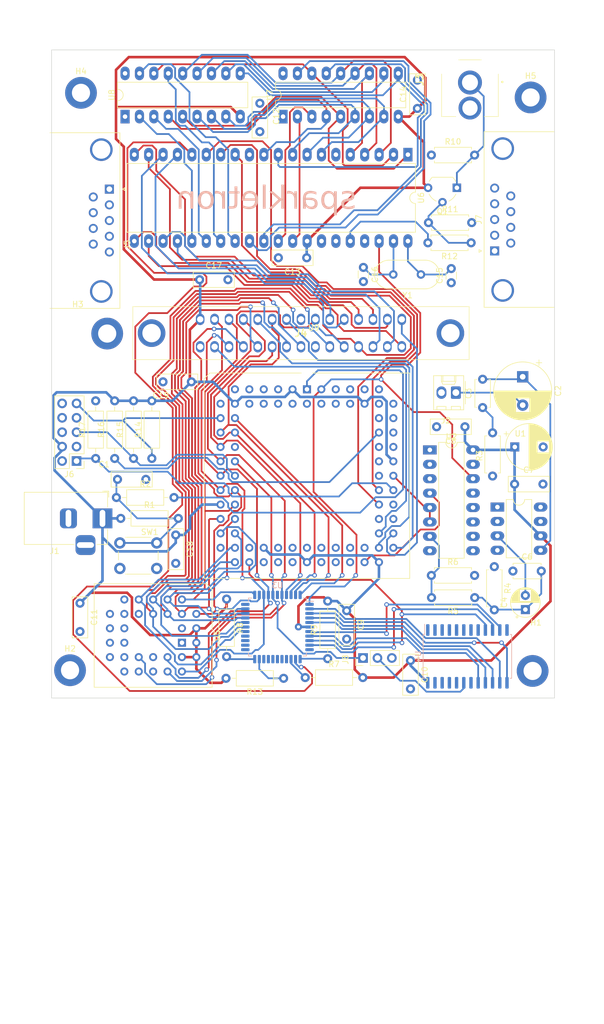
<source format=kicad_pcb>
(kicad_pcb (version 20221018) (generator pcbnew)
  (title_block (title "Portable Colecovision") (date "2024-01-03") (rev "DEV") (company "sparkletron") (comment 1 "Jay Convertino") (comment 2 "MIT LICENSE"))
  (layers (0 "F.Cu" signal) (31 "B.Cu" signal) (34 "B.Paste" user) (35 "F.Paste" user) (36 "B.SilkS" user "B.Silkscreen") (37 "F.SilkS" user "F.Silkscreen") (38 "B.Mask" user) (39 "F.Mask" user) (44 "Edge.Cuts" user))
  (net 0 "")
  (net 1 "Net-(C1-Pad1)")
  (net 2 "GNDD")
  (net 3 "Net-(J3-In)")
  (net 4 "/GLUE/~{CS_hC000}")
  (net 5 "+5V")
  (net 6 "/GLUE/~{CS_h8000}")
  (net 7 "/GLUE/~{CS_hA000}")
  (net 8 "/GLUE/~{CS_hE000}")
  (net 9 "/GLUE/C1P0")
  (net 10 "/GLUE/C1P1")
  (net 11 "/GLUE/C1P2")
  (net 12 "/GLUE/C1P3")
  (net 13 "/GLUE/C1P4")
  (net 14 "/GLUE/C1P5")
  (net 15 "/GLUE/C1P6")
  (net 16 "/GLUE/C1P7")
  (net 17 "/GLUE/C1P8")
  (net 18 "/GLUE/TCK")
  (net 19 "/GLUE/TDO")
  (net 20 "/GLUE/TMS")
  (net 21 "/GLUE/TDI")
  (net 22 "Net-(Q1-B)")
  (net 23 "/GLUE/~{RESET_SW}")
  (net 24 "/cpu/~{INT}")
  (net 25 "/video/Y")
  (net 26 "/GLUE/~{WAIT}")
  (net 27 "/GLUE/~{SND_ENABLE}")
  (net 28 "/GLUE/CLK")
  (net 29 "/GLUE/~{MREQ}")
  (net 30 "/GLUE/~{IORQ}")
  (net 31 "/GLUE/~{WR}")
  (net 32 "/GLUE/~{RESET}")
  (net 33 "/GLUE/~{M1}")
  (net 34 "/GLUE/~{RFSH}")
  (net 35 "/GLUE/~{RAM_CS}")
  (net 36 "/GLUE/~{ROM_ENABLE}")
  (net 37 "/video/nRAS")
  (net 38 "/video/nCAS")
  (net 39 "/video/RnW")
  (net 40 "/GLUE/~{CSW}")
  (net 41 "/GLUE/~{CSR}")
  (net 42 "/video/R7")
  (net 43 "GND")
  (net 44 "/video/R6")
  (net 45 "/video/R5")
  (net 46 "/video/R4")
  (net 47 "/video/R3")
  (net 48 "/video/R2")
  (net 49 "/cpu/~{HALT}")
  (net 50 "/video/R1")
  (net 51 "/cpu/~{NMI}")
  (net 52 "/GLUE/~{BUSRQ}")
  (net 53 "/video/R0")
  (net 54 "/GLUE/D4")
  (net 55 "/GLUE/D3")
  (net 56 "/GLUE/D5")
  (net 57 "/GLUE/D6")
  (net 58 "/GLUE/D2")
  (net 59 "/GLUE/D7")
  (net 60 "/GLUE/D0")
  (net 61 "/GLUE/D1")
  (net 62 "/GLUE/A0")
  (net 63 "/GLUE/~{BUSAK}")
  (net 64 "/cpu/~{RD}")
  (net 65 "/GLUE/A1")
  (net 66 "/GLUE/A2")
  (net 67 "/GLUE/A3")
  (net 68 "/GLUE/A4")
  (net 69 "/GLUE/A5")
  (net 70 "/GLUE/A6")
  (net 71 "/GLUE/A7")
  (net 72 "/GLUE/A8")
  (net 73 "/video/AD7")
  (net 74 "/video/AD6")
  (net 75 "/video/AD5")
  (net 76 "/video/AD4")
  (net 77 "/video/AD3")
  (net 78 "/video/AD2")
  (net 79 "/video/AD1")
  (net 80 "/video/AD0")
  (net 81 "/GLUE/A9")
  (net 82 "/GLUE/A10")
  (net 83 "/GLUE/A11")
  (net 84 "/GLUE/A12")
  (net 85 "/GLUE/A13")
  (net 86 "/GLUE/A14")
  (net 87 "/GLUE/A15")
  (net 88 "Net-(C2-Pad1)")
  (net 89 "Net-(J2-Pin_1)")
  (net 90 "Net-(C3-Pad1)")
  (net 91 "Net-(C4-Pad1)")
  (net 92 "Net-(U1-+)")
  (net 93 "Net-(U6-XTAL1)")
  (net 94 "Net-(U6-XTAL2)")
  (net 98 "Net-(U2-OUT)")
  (net 113 "/GLUE/RX")
  (net 114 "/GLUE/TX")
  (net 115 "/GLUE/C2P0")
  (net 116 "/GLUE/C2P1")
  (net 117 "/GLUE/C2P2")
  (net 118 "/GLUE/C2P3")
  (net 119 "/GLUE/C2P4")
  (net 120 "/GLUE/C2P5")
  (net 121 "/GLUE/C2P6")
  (net 122 "/GLUE/C2P7")
  (net 123 "/GLUE/C2P8")
  (net 124 "Net-(J8-Pin_2)")
  (footprint "MountingHole:MountingHole_3.2mm_M3_DIN965_Pad" (layer "F.Cu") (at 166.3954 63.8168)
    (fp_text reference "H5")
    (fp_text value "MountingHole_Pad")
  )
  (footprint "Crystal:Crystal_HC49-4H_Vertical" (layer "F.Cu") (at 147.0522 95.0334 180)
    (fp_text reference "Y1")
    (fp_text value "Crystal")
  )
  (footprint "Resistor_THT:R_Axial_DIN0207_L6.3mm_D2.5mm_P7.62mm_Horizontal" (layer "F.Cu") (at 148.8948 148.094)
    (fp_text reference "R6")
    (fp_text value "1k")
  )
  (footprint "Capacitor_THT:CP_Radial_D5.0mm_P2.50mm" (layer "F.Cu") (at 165.471723 154.1138 90)
    (fp_text reference "C4")
    (fp_text value "2uF")
  )
  (footprint "Package_DIP:DIP-40_W15.24mm_LongPads" (layer "F.Cu") (at 144.7546 73.9006 -90)
    (fp_text reference "U6")
    (fp_text value "TMS9118NL")
  )
  (footprint "RCJ-041:RCJ041" (layer "F.Cu") (at 155.702 61.1859 90)
    (fp_text reference "J3")
    (fp_text value "Conn_Coaxial" hide)
  )
  (footprint "Connector_Dsub:DSUB-9_Male_Horizontal_P2.77x2.84mm_EdgePinOffset7.70mm_Housed_MountingHolesOffset9.12mm" (layer "F.Cu") (at 92.101069 79.9832 -90)
    (fp_text reference "J5")
    (fp_text value "Player 1")
  )
  (footprint "Resistor_THT:R_Axial_DIN0207_L6.3mm_D2.5mm_P10.16mm_Horizontal" (layer "F.Cu") (at 99.5934 127.4692 90)
    (fp_text reference "R14")
    (fp_text value "1k")
  )
  (footprint "Package_DIP:DIP-8_W7.62mm_LongPads" (layer "F.Cu") (at 160.5384 136.039)
    (fp_text reference "U1")
    (fp_text value "LM386")
  )
  (footprint "MountingHole:MountingHole_3.2mm_M3_DIN965_Pad" (layer "F.Cu") (at 85.1662 164.8072)
    (fp_text reference "H2")
    (fp_text value "MountingHole_Pad")
  )
  (footprint "Package_DIP:DIP-18_W7.62mm_LongPads" (layer "F.Cu") (at 122.7328 67.195 90)
    (fp_text reference "U7")
    (fp_text value "TMS4416")
  )
  (footprint "Capacitor_THT:CP_Radial_D8.0mm_P5.00mm" (layer "F.Cu") (at 163.611749 125.4372)
    (fp_text reference "C5")
    (fp_text value "10uF")
  )
  (footprint "Capacitor_THT:C_Disc_D7.0mm_W2.5mm_P5.00mm" (layer "F.Cu") (at 145.2118 163.0946 -90)
    (fp_text reference "C10")
    (fp_text value "100nF")
  )
  (footprint "Resistor_THT:R_Axial_DIN0207_L6.3mm_D2.5mm_P7.62mm_Horizontal" (layer "F.Cu") (at 148.8948 73.9768)
    (fp_text reference "R10")
    (fp_text value "75R")
  )
  (footprint "Resistor_THT:R_Axial_DIN0207_L6.3mm_D2.5mm_P10.16mm_Horizontal" (layer "F.Cu") (at 93.0402 127.4692 90)
    (fp_text reference "R16")
    (fp_text value "1k")
  )
  (footprint "Connector_PinHeader_2.54mm:PinHeader_2x05_P2.54mm_Vertical" (layer "F.Cu") (at 86.3142 127.9214 180)
    (fp_text reference "J6")
    (fp_text value "Conn_02x05_Odd_Even")
  )
  (footprint "Resistor_THT:R_Axial_DIN0207_L6.3mm_D2.5mm_P7.62mm_Horizontal" (layer "F.Cu") (at 155.9052 89.4454 180)
    (fp_text reference "R12")
    (fp_text value "100R")
  )
  (footprint "Capacitor_THT:C_Disc_D7.0mm_W2.5mm_P5.00mm" (layer "F.Cu") (at 154.814523 121.8812 180)
    (fp_text reference "C8")
    (fp_text value "100nF")
  )
  (footprint "Capacitor_THT:C_Disc_D7.0mm_W2.5mm_P5.00mm" (layer "F.Cu") (at 163.573251 131.9904)
    (fp_text reference "C7")
    (fp_text value "100nF")
  )
  (footprint "Resistor_THT:R_Axial_DIN0207_L6.3mm_D2.5mm_P10.16mm_Horizontal" (layer "F.Cu") (at 89.6874 127.4692 90)
    (fp_text reference "R17")
    (fp_text value "1k")
  )
  (footprint "Connector_Dsub:DSUB-9_Male_Horizontal_P2.77x2.84mm_EdgePinOffset7.70mm_Housed_MountingHolesOffset9.12mm" (layer "F.Cu") (at 160.055669 90.8806 90)
    (fp_text reference "J7")
    (fp_text value "Player 2")
  )
  (footprint "Package_LCC:PLCC-84_THT-Socket" (layer "F.Cu") (at 126.9492 115.2772)
    (fp_text reference "U9")
    (fp_text value "EPM7064SLC")
  )
  (footprint "Capacitor_THT:C_Disc_D3.0mm_W1.6mm_P2.50mm" (layer "F.Cu") (at 136.906 93.7834 -90)
    (fp_text reference "C16")
    (fp_text value "33pF")
  )
  (footprint "Capacitor_THT:C_Disc_D7.0mm_W2.5mm_P5.00mm" (layer "F.Cu") (at 103.8098 140.9566 -90)
    (fp_text reference "C18")
    (fp_text value "100nF")
  )
  (footprint "Capacitor_THT:C_Disc_D3.0mm_W1.6mm_P2.50mm" (layer "F.Cu") (at 152.4 96.4866 90)
    (fp_text reference "C15")
    (fp_text value "33pF")
  )
  (footprint "MountingHole:MountingHole_3.2mm_M3_DIN965_Pad" (layer "F.Cu") (at 91.7194 105.4474)
    (fp_text reference "H3")
    (fp_text value "MountingHole_Pad")
  )
  (footprint "Capacitor_THT:C_Disc_D7.0mm_W2.5mm_P5.00mm" (layer "F.Cu") (at 146.431 65.758 90)
    (fp_text reference "C14")
    (fp_text value "100nF")
  )
  (footprint "Button_Switch_THT:SW_PUSH_6mm" (layer "F.Cu") (at 93.9558 142.3642)
    (fp_text reference "SW1")
    (fp_text value "SW_Push")
  )
  (footprint "Connector_Molex:Molex_KK-254_AE-6410-02A_1x02_P2.54mm_Vertical" (layer "F.Cu") (at 153.2128 115.8614 180)
    (fp_text reference "J2")
    (fp_text value "Conn_01x02")
  )
  (footprint "Capacitor_THT:C_Disc_D7.0mm_W2.5mm_P5.00mm" (layer "F.Cu") (at 108.0154 95.9478)
    (fp_text reference "C17")
    (fp_text value "100nF")
  )
  (footprint "Resistor_THT:R_Axial_DIN0207_L6.3mm_D2.5mm_P7.62mm_Horizontal" (layer "F.Cu") (at 156.5402 152.0056 180)
    (fp_text reference "R5")
    (fp_text value "5k")
  )
  (footprint "Package_LCC:PLCC-32_THT-Socket" (layer "F.Cu") (at 104.902 159.9558 -90)
    (fp_text reference "U5")
    (fp_text value "AT27C256R-70JU-T")
  )
  (footprint "Resistor_THT:R_Axial_DIN0207_L6.3mm_D2.5mm_P7.62mm_Horizontal" (layer "F.Cu") (at 159.6898 130.568 90)
    (fp_text reference "R3")
    (fp_text value "10R")
  )
  (footprint "Capacitor_THT:C_Disc_D7.0mm_W2.5mm_P5.00mm" (layer "F.Cu") (at 106.5638 113.9564 180)
    (fp_text reference "C19")
    (fp_text value "100nF")
  )
  (footprint "MountingHole:MountingHole_3.2mm_M3_DIN965_Pad" (layer "F.Cu") (at 87.0966 63.004)
    (fp_text reference "H4")
    (fp_text value "MountingHole_Pad")
  )
  (footprint "Resistor_THT:R_Axial_DIN0207_L6.3mm_D2.5mm_P10.16mm_Horizontal" (layer "F.Cu") (at 94.107 138.0356)
    (fp_text reference "R1")
    (fp_text value "4k7")
  )
  (footprint "MountingHole:MountingHole_3.2mm_M3_DIN965_Pad" (layer "F.Cu") (at 166.751 164.9342)
    (fp_text reference "H1")
    (fp_text value "MountingHole_Pad")
  )
  (footprint "Resistor_THT:R_Axial_DIN0207_L6.3mm_D2.5mm_P10.16mm_Horizontal" (layer "F.Cu") (at 122.8344 166.2296 180)
    (fp_text reference "R13")
    (fp_text value "1k")
  )
  (footprint "Capacitor_THT:C_Disc_D4.7mm_W2.5mm_P5.00mm" (layer "F.Cu") (at 163.276523 147.320688)
    (fp_text reference "C6")
    (fp_text value "300pF")
  )
  (footprint "Resistor_THT:R_Axial_DIN0207_L6.3mm_D2.5mm_P10.16mm_Horizontal" (layer "F.Cu") (at 93.345 134.3526)
    (fp_text reference "R2")
    (fp_text value "470R")
  )
  (footprint "Capacitor_THT:C_Disc_D7.0mm_W2.5mm_P5.00mm" (layer "F.Cu") (at 118.6434 64.8474 -90)
    (fp_text reference "C12")
    (fp_text value "100nF")
  )
  (footprint "Connector_PinHeader_2.54mm:PinHeader_1x03_P2.54mm_Vertical" (layer "F.Cu") (at 136.8448 162.6482 90)
    (fp_text reference "J8")
    (fp_text value "Conn_01x03")
  )
  (footprint "Resistor_THT:R_Axial_DIN0207_L6.3mm_D2.5mm_P10.16mm_Horizontal" (layer "F.Cu") (at 96.3676 127.4692 90)
    (fp_text reference "R15")
    (fp_text value "1k")
  )
  (footprint "Capacitor_THT:C_Disc_D7.0mm_W2.5mm_P5.00mm" (layer "F.Cu") (at 86.9188 152.9854 -90)
    (fp_text reference "C11")
    (fp_text value "100nF")
  )
  (footprint "Resistor_THT:R_Axial_DIN0207_L6.3mm_D2.5mm_P10.16mm_Horizontal" (layer "F.Cu") (at 130.6068 162.7752 90)
    (fp_text reference "R9")
    (fp_text value "3K3")
  )
  (footprint "logos:sparkletron" (layer "F.Cu") (at 138.3842 226.960062)
    (fp_text reference "S1" hide)
    (fp_text value "sparkletron" hide)
  )
  (footprint "TE_5530841-2:55308412_coleco" (layer "F.Cu") (at 143.6776 102.9462)
    (fp_text reference "J4")
    (fp_text value "Cartridge Port" hide)
  )
  (footprint "Capacitor_THT:C_Disc_D7.0mm_W2.5mm_P5.00mm" (layer "F.Cu") (at 133.9598 154.3079 -90)
    (fp_text reference "C9")
    (fp_text value "100nF")
  )
  (footprint "Resistor_THT:R_Axial_DIN0207_L6.3mm_D2.5mm_P10.16mm_Horizontal" (layer "F.Cu") (at 126.6444 166.1026)
    (fp_text reference "R7")
    (fp_text value "3K3")
  )
  (footprint "Package_DIP:DIP-18_W7.62mm_LongPads" (layer "F.Cu") (at 94.869 67.195 90)
    (fp_text reference "U8")
    (fp_text value "TMS4416")
  )
  (footprint "Capacitor_THT:C_Disc_D7.0mm_W2.5mm_P5.00mm" (layer "F.Cu") (at 93.5374 131.1522)
    (fp_text reference "C1")
    (fp_text value "100nF")
  )
  (footprint "Package_TO_SOT_THT:TO-92_Wide" (layer "F.Cu") (at 153.3906 79.7426 180)
    (fp_text reference "Q1")
    (fp_text value "2N3904")
  )
  (footprint "Resistor_THT:R_Axial_DIN0207_L6.3mm_D2.5mm_P7.62mm_Horizontal" (layer "F.Cu") (at 148.3868 85.8894)
    (fp_text reference "R11")
    (fp_text value "510R")
  )
  (footprint "Resistor_THT:R_Axial_DIN0207_L6.3mm_D2.5mm_P7.62mm_Horizontal" (layer "F.Cu") (at 159.9946 146.5446 -90)
    (fp_text reference "R4")
    (fp_text value "500R")
  )
  (footprint "Resistor_THT:R_Axial_DIN0207_L6.3mm_D2.5mm_P10.16mm_Horizontal" (layer "F.Cu") (at 112.7762 152.2613 -90)
    (fp_text reference "R8")
    (fp_text value "3K3")
  )
  (footprint "Connector_BarrelJack:BarrelJack_Horizontal" (layer "F.Cu") (at 90.8868 138.0356)
    (fp_text reference "J1")
    (fp_text value "Barrel_Jack_Switch")
  )
  (footprint "Capacitor_THT:C_Disc_D4.7mm_W2.5mm_P5.00mm" (layer "F.Cu") (at 157.9372 118.4992 90)
    (fp_text reference "C3")
    (fp_text value "50nF")
  )
  (footprint "Package_DIP:DIP-16_W7.62mm_LongPads" (layer "F.Cu") (at 148.621523 125.9606)
    (fp_text reference "U2")
    (fp_text value "SN76489AN")
  )
  (footprint "Capacitor_THT:C_Disc_D7.0mm_W2.5mm_P5.00mm" (layer "F.Cu") (at 126.9092 92.087 180)
    (fp_text reference "C13")
    (fp_text value "100nF")
  )
  (footprint "Capacitor_THT:CP_Radial_D10.0mm_P5.00mm" (layer "F.Cu") (at 164.9984 113.0674 -90)
    (fp_text reference "C2")
    (fp_text value "220uF")
  )
  (footprint "Package_SO:SOIC-24W_7.5x15.4mm_P1.27mm" (layer "B.Cu") (at 155.2448 162.367 -90)
    (fp_text reference "U4")
    (fp_text value "6116XA")
  )
  (footprint "Package_QFP:LQFP-44_10x10mm_P0.8mm" (layer "B.Cu") (at 121.7424 157.1889 180)
    (fp_text reference "U3")
    (fp_text value "Z84C0010AEG")
  )
  (gr_rect (start 81.915 55.4348) (end 170.6118 169.7094) (stroke (width 0.1)) (fill none) (layer "Edge.Cuts"))
  (segment (start 104.267 138.553) (end 104.267 138.0356) (width 0.3048) (layer "B.Cu") (net 1))
  (segment (start 93.345 134.3526) (end 93.345 131.3446) (width 0.3048) (layer "B.Cu") (net 1))
  (segment (start 93.9558 142.3642) (end 100.4558 142.3642) (width 0.3048) (layer "B.Cu") (net 1))
  (segment (start 97.028 138.0356) (end 93.345 134.3526) (width 0.3048) (layer "B.Cu") (net 1))
  (segment (start 93.345 131.3446) (end 93.5374 131.1522) (width 0.3048) (layer "B.Cu") (net 1))
  (segment (start 100.4558 142.3642) (end 104.267 138.553) (width 0.3048) (layer "B.Cu") (net 1))
  (segment (start 104.267 138.0356) (end 97.028 138.0356) (width 0.3048) (layer "B.Cu") (net 1))
  (segment (start 156.5148 73.9768) (end 158.1279 72.3637) (width 0.3048) (layer "B.Cu") (net 3))
  (segment (start 153.3906 79.7426) (end 153.3906 77.101) (width 0.3048) (layer "B.Cu") (net 3))
  (segment (start 158.1279 63.6118) (end 155.702 61.1859) (width 0.3048) (layer "B.Cu") (net 3))
  (segment (start 153.3906 77.101) (end 156.5148 73.9768) (width 0.3048) (layer "B.Cu") (net 3))
  (segment (start 158.1279 72.3637) (end 158.1279 63.6118) (width 0.3048) (layer "B.Cu") (net 3))
  (segment (start 141.0716 141.7948) (end 142.1892 140.6772) (width 0.3048) (layer "B.Cu") (net 4))
  (segment (start 141.0716 143.8776) (end 141.0716 141.7948) (width 0.3048) (layer "B.Cu") (net 4))
  (segment (start 146.3548 142.3028) (end 144.1958 144.4618) (width 0.3048) (layer "B.Cu") (net 4))
  (segment (start 143.6776 102.9462) (end 143.6776 105.4626) (width 0.3048) (layer "B.Cu") (net 4))
  (segment (start 143.6776 105.4626) (end 146.3548 108.1398) (width 0.3048) (layer "B.Cu") (net 4))
  (segment (start 144.1958 144.4618) (end 141.6558 144.4618) (width 0.3048) (layer "B.Cu") (net 4))
  (segment (start 146.3548 108.1398) (end 146.3548 142.3028) (width 0.3048) (layer "B.Cu") (net 4))
  (segment (start 141.6558 144.4618) (end 141.0716 143.8776) (width 0.3048) (layer "B.Cu") (net 4))
  (segment (start 109.892999 167.029599) (end 107.442 164.5786) (width 0.4572) (layer "F.Cu") (net 5))
  (segment (start 95.236489 151.142) (end 96.0882 151.993711) (width 0.4572) (layer "F.Cu") (net 5))
  (segment (start 99.314 158.6096) (end 106.2482 158.6096) (width 0.4572) (layer "F.Cu") (net 5))
  (segment (start 93.275 58.95513) (end 95.52533 56.7048) (width 0.4572) (layer "F.Cu") (net 5))
  (segment (start 126.9746 89.1406) (end 136.3726 79.7426) (width 0.4572) (layer "F.Cu") (net 5))
  (segment (start 95.52533 56.7048) (end 144.191671 56.7048) (width 0.4572) (layer "F.Cu") (net 5))
  (segment (start 107.99 95.9224) (end 108.0154 95.9478) (width 0.4572) (layer "F.Cu") (net 5))
  (segment (start 106.299 113.6916) (end 106.299 104.7648) (width 0.4572) (layer "F.Cu") (net 5))
  (segment (start 169.9006 152.6406) (end 169.9006 142.8612) (width 0.4572) (layer "F.Cu") (net 5))
  (segment (start 106.2482 158.6096) (end 107.442 157.4158) (width 0.4572) (layer "F.Cu") (net 5))
  (segment (start 107.442 164.5786) (end 107.442 162.4958) (width 0.4572) (layer "F.Cu") (net 5))
  (segment (start 104.902 162.4958) (end 107.442 162.4958) (width 0.4572) (layer "F.Cu") (net 5))
  (segment (start 99.9744 95.9224) (end 107.99 95.9224) (width 0.4572) (layer "F.Cu") (net 5))
  (segment (start 108.979136 157.4158) (end 112.7762 153.618736) (width 0.4572) (layer "F.Cu") (net 5))
  (segment (start 86.9188 152.9854) (end 88.7622 151.142) (width 0.4572) (layer "F.Cu") (net 5))
  (segment (start 106.5638 113.9564) (end 106.299 113.6916) (width 0.4572) (layer "F.Cu") (net 5))
  (segment (start 93.275 65.5124) (end 93.275 71.128974) (width 0.4572) (layer "F.Cu") (net 5))
  (segment (start 115.189 67.195) (end 113.5064 65.5124) (width 0.4572) (layer "F.Cu") (net 5))
  (segment (start 135.382 164.6802) (end 136.8044 166.1026) (width 0.4572) (layer "F.Cu") (net 5))
  (segment (start 107.442 162.4958) (end 107.442 158.3048) (width 0.4572) (layer "F.Cu") (net 5))
  (segment (start 142.2254 166.1026) (end 145.2372 163.0908) (width 0.4572) (layer "F.Cu") (net 5))
  (segment (start 129.9481 151.9565) (end 126.9983 151.9565) (width 0.4572) (layer "F.Cu") (net 5))
  (segment (start 144.994 67.195) (end 146.431 65.758) (width 0.4572) (layer "F.Cu") (net 5))
  (segment (start 147.5606 71.7028) (end 143.0528 67.195) (width 0.4572) (layer "F.Cu") (net 5))
  (segment (start 135.382 155.7301) (end 135.382 164.6802) (width 0.4572) (layer "F.Cu") (net 5))
  (segment (start 143.0528 67.195) (end 144.994 67.195) (width 0.4572) (layer "F.Cu") (net 5))
  (segment (start 93.275 71.128974) (end 94.6532 72.507174) (width 0.4572) (layer "F.Cu") (net 5))
  (segment (start 107.442 158.3048) (end 107.442 157.4158) (width 0.4572) (layer "F.Cu") (net 5))
  (segment (start 136.3726 79.7426) (end 148.3106 79.7426) (width 0.4572) (layer "F.Cu") (net 5))
  (segment (start 112.7762 153.618736) (end 112.7762 152.2613) (width 0.4572) (layer "F.Cu") (net 5))
  (segment (start 136.8044 166.1026) (end 142.2254 166.1026) (width 0.4572) (layer "F.Cu") (net 5))
  (segment (start 88.7622 151.142) (end 95.236489 151.142) (width 0.4572) (layer "F.Cu") (net 5))
  (segment (start 133.9598 154.3079) (end 135.382 155.7301) (width 0.4572) (layer "F.Cu") (net 5))
  (segment (start 96.0882 155.3838) (end 99.314 158.6096) (width 0.4572) (layer "F.Cu") (net 5))
  (segment (start 147.828 64.361) (end 146.431 65.758) (width 0.4572) (layer "F.Cu") (net 5))
  (segment (start 112.6744 166.2296) (end 111.874401 167.029599) (width 0.4572) (layer "F.Cu") (net 5))
  (segment (start 130.6068 152.6152) (end 129.9481 151.9565) (width 0.4572) (layer "F.Cu") (net 5))
  (segment (start 148.3106 79.7426) (end 147.5606 78.9926) (width 0.4572) (layer "F.Cu") (net 5))
  (segment (start 147.828 60.341129) (end 147.828 64.361) (width 0.4572) (layer "F.Cu") (net 5))
  (segment (start 125.4506 153.5042) (end 125.4506 157.1618) (width 0.4572) (layer "F.Cu") (net 5))
  (segment (start 126.9983 151.9565) (end 125.4506 153.5042) (width 0.4572) (layer "F.Cu") (net 5))
  (segment (start 144.191671 56.7048) (end 147.828 60.341129) (width 0.4572) (layer "F.Cu") (net 5))
  (segment (start 94.6532 72.507174) (end 94.6532 90.6012) (width 0.4572) (layer "F.Cu") (net 5))
  (segment (start 169.9006 142.8612) (end 168.1584 141.119) (width 0.4572) (layer "F.Cu") (net 5))
  (segment (start 145.2372 163.0908) (end 159.4504 163.0908) (width 0.4572) (layer "F.Cu") (net 5))
  (segment (start 94.6532 90.6012) (end 99.9744 95.9224) (width 0.4572) (layer "F.Cu") (net 5))
  (segment (start 106.299 104.7648) (end 108.1176 102.9462) (width 0.4572) (layer "F.Cu") (net 5))
  (segment (start 93.275 65.5124) (end 93.275 58.95513) (width 0.4572) (layer "F.Cu") (net 5))
  (segment (start 159.4504 163.0908) (end 169.9006 152.6406) (width 0.4572) (layer "F.Cu") (net 5))
  (segment (start 147.5606 78.9926) (end 147.5606 71.7028) (width 0.4572) (layer "F.Cu") (net 5))
  (segment (start 96.0882 151.993711) (end 96.0882 155.3838) (width 0.4572) (layer "F.Cu") (net 5))
  (segment (start 111.874401 167.029599) (end 109.892999 167.029599) (width 0.4572) (layer "F.Cu") (net 5))
  (segment (start 107.442 157.4158) (end 108.979136 157.4158) (width 0.4572) (layer "F.Cu") (net 5))
  (segment (start 113.5064 65.5124) (end 93.275 65.5124) (width 0.4572) (layer "F.Cu") (net 5))
  (via (at 125.4506 157.1618) (size 1.27) (drill 0.5588) (layers "F.Cu" "B.Cu") (net 5))
  (segment (start 140.9954 126.7834) (end 142.1892 127.9772) (width 0.4572) (layer "B.Cu") (net 5))
  (segment (start 91.5416 115.8106) (end 93.0402 117.3092) (width 0.4572) (layer "B.Cu") (net 5))
  (segment (start 108.1176 102.9462) (end 108.1176 96.05) (width 0.4572) (layer "B.Cu") (net 5))
  (segment (start 115.443 116.6234) (end 123.063 116.6234) (width 0.4572) (layer "B.Cu") (net 5))
  (segment (start 163.573251 131.9904) (end 163.573251 125.475698) (width 0.4572) (layer "B.Cu") (net 5))
  (segment (start 82.273325 123.880525) (end 82.273325 116.341275) (width 0.4572) (layer "B.Cu") (net 5))
  (segment (start 126.9092 89.206) (end 126.9746 89.1406) (width 0.4572) (layer "B.Cu") (net 5))
  (segment (start 120.523 144.411) (end 125.603 144.411) (width 0.4572) (layer "B.Cu") (net 5))
  (segment (start 103.8098 142.3428) (end 103.8098 140.9566) (width 0.4572) (layer "B.Cu") (net 5))
  (segment (start 82.273325 116.341275) (end 82.804 115.8106) (width 0.4572) (layer "B.Cu") (net 5))
  (segment (start 110.3884 113.9564) (end 106.5638 113.9564) (width 0.4572) (layer "B.Cu") (net 5))
  (segment (start 119.3292 143.2172) (end 120.523 144.411) (width 0.4572) (layer "B.Cu") (net 5))
  (segment (start 82.4416 129.5904) (end 90.8868 138.0356) (width 0.4572) (layer "B.Cu") (net 5))
  (segment (start 140.208 116.6234) (end 140.9954 117.4108) (width 0.4572) (layer "B.Cu") (net 5))
  (segment (start 93.0504 117.299) (end 103.2212 117.299) (width 0.4572) (layer "B.Cu") (net 5))
  (segment (start 106.3244 139.8282) (end 106.3244 137.7308) (width 0.4572) (layer "B.Cu") (net 5))
  (segment (start 128.143 144.5634) (end 138.4554 144.5634) (width 0.4572) (layer "B.Cu") (net 5))
  (segment (start 83.7742 126.036819) (end 82.4416 127.369419) (width 0.4572) (layer "B.Cu") (net 5))
  (segment (start 125.7554 116.6234) (end 135.9154 116.6234) (width 0.4572) (layer "B.Cu") (net 5))
  (segment (start 125.4506 157.1618) (end 127.3778 157.1618) (width 0.4572) (layer "B.Cu") (net 5))
  (segment (start 108.1176 96.05) (end 108.0154 95.9478) (width 0.4572) (layer "B.Cu") (net 5))
  (segment (start 94.107 138.0356) (end 90.8868 138.0356) (width 0.4572) (layer "B.Cu") (net 5))
  (segment (start 83.7742 125.3814) (end 82.273325 123.880525) (width 0.4572) (layer "B.Cu") (net 5))
  (segment (start 90.8868 141.0328) (end 90.8868 138.0356) (width 0.4572) (layer "B.Cu") (net 5))
  (segment (start 82.4416 127.369419) (end 82.4416 129.5904) (width 0.4572) (layer "B.Cu") (net 5))
  (segment (start 163.088349 125.9606) (end 156.241523 125.9606) (width 0.4572) (layer "B.Cu") (net 5))
  (segment (start 145.2372 163.9944) (end 145.2372 163.0908) (width 0.4572) (layer "B.Cu") (net 5))
  (segment (start 139.6492 145.7572) (end 139.6492 148.6185) (width 0.4572) (layer "B.Cu") (net 5))
  (segment (start 108.458 135.5972) (end 111.7092 135.5972) (width 0.4572) (layer "B.Cu") (net 5))
  (segment (start 103.2212 117.299) (end 106.5638 113.9564) (width 0.4572) (layer "B.Cu") (net 5))
  (segment (start 148.2598 167.017) (end 145.2372 163.9944) (width 0.4572) (layer "B.Cu") (net 5))
  (segment (start 124.4092 115.2772) (end 125.7554 116.6234) (width 0.4572) (layer "B.Cu") (net 5))
  (segment (start 138.303 116.6234) (end 140.208 116.6234) (width 0.4572) (layer "B.Cu") (net 5))
  (segment (start 139.6492 148.6185) (end 133.9598 154.3079) (width 0.4572) (layer "B.Cu") (net 5))
  (segment (start 123.063 116.6234) (end 124.4092 115.2772) (width 0.4572) (layer "B.Cu") (net 5))
  (segment (start 83.7742 125.3814) (end 83.7742 126.036819) (width 0.4572) (layer "B.Cu") (net 5))
  (segment (start 154.814523 124.5336) (end 156.241523 125.9606) (width 0.4572) (layer "B.Cu") (net 5))
  (segment (start 126.9346 92.1124) (end 126.9092 92.087) (width 0.4572) (layer "B.Cu") (net 5))
  (segment (start 154.814523 121.8812) (end 154.814523 124.5336) (width 0.4572) (layer "B.Cu") (net 5))
  (segment (start 114.2492 117.8172) (end 115.443 116.6234) (width 0.4572) (layer "B.Cu") (net 5))
  (segment (start 163.573251 136.533851) (end 163.573251 131.9904) (width 0.4572) (layer "B.Cu") (net 5))
  (segment (start 168.1584 141.119) (end 163.573251 136.533851) (width 0.4572) (layer "B.Cu") (net 5))
  (segment (start 127.3778 157.1618) (end 127.4049 157.1889) (width 0.4572) (layer "B.Cu") (net 5))
  (segment (start 102.3058 143.8468) (end 93.341686 143.8468) (width 0.4572) (layer "B.Cu") (net 5))
  (segment (start 126.9092 92.087) (end 126.9092 89.206) (width 0.4572) (layer "B.Cu") (net 5))
  (segment (start 90.8868 141.391914) (end 90.8868 141.0328) (width 0.4572) (layer "B.Cu") (net 5))
  (segment (start 140.9954 117.4108) (end 140.9954 126.7834) (width 0.4572) (layer "B.Cu") (net 5))
  (segment (start 125.603 144.411) (end 126.9492 145.7572) (width 0.4572) (layer "B.Cu") (net 5))
  (segment (start 90.8868 141.0328) (end 90.8868 149.0174) (width 0.4572) (layer "B.Cu") (net 5))
  (segment (start 135.9154 116.6234) (end 137.1092 117.8172) (width 0.4572) (layer "B.Cu") (net 5))
  (segment (start 106.3244 139.8282) (end 105.196 140.9566) (width 0.4572) (layer "B.Cu") (net 5))
  (segment (start 126.9492 145.7572) (end 128.143 144.5634) (width 0.4572) (layer "B.Cu") (net 5))
  (segment (start 163.611749 125.4372) (end 163.088349 125.9606) (width 0.4572) (layer "B.Cu") (net 5))
  (segment (start 102.3058 143.8468) (end 103.8098 142.3428) (width 0.4572) (layer "B.Cu") (net 5))
  (segment (start 90.8868 149.0174) (end 86.9188 152.9854) (width 0.4572) (layer "B.Cu") (net 5))
  (segment (start 114.2492 117.8172) (end 110.3884 113.9564) (width 0.4572) (layer "B.Cu") (net 5))
  (segment (start 93.0402 117.3092) (end 93.0504 117.299) (width 0.4572) (layer "B.Cu") (net 5))
  (segment (start 93.341686 143.8468) (end 90.8868 141.391914) (width 0.4572) (layer "B.Cu") (net 5))
  (segment (start 130.6068 152.6152) (end 132.2671 152.6152) (width 0.4572) (layer "B.Cu") (net 5))
  (segment (start 82.804 115.8106) (end 91.5416 115.8106) (width 0.4572) (layer "B.Cu") (net 5))
  (segment (start 106.3244 137.7308) (end 108.458 135.5972) (width 0.4572) (layer "B.Cu") (net 5))
  (segment (start 137.1092 117.8172) (end 138.303 116.6234) (width 0.4572) (layer "B.Cu") (net 5))
  (segment (start 105.196 140.9566) (end 103.8098 140.9566) (width 0.4572) (layer "B.Cu") (net 5))
  (segment (start 138.4554 144.5634) (end 139.6492 145.7572) (width 0.4572) (layer "B.Cu") (net 5))
  (segment (start 163.573251 125.475698) (end 163.611749 125.4372) (width 0.4572) (layer "B.Cu") (net 5))
  (segment (start 132.2671 152.6152) (end 133.9598 154.3079) (width 0.4572) (layer "B.Cu") (net 5))
  (segment (start 145.5928 141.4646) (end 143.8402 143.2172) (width 0.3048) (layer "B.Cu") (net 6))
  (segment (start 123.3576 102.9462) (end 123.3576 103.081859) (width 0.3048) (layer "B.Cu") (net 6))
  (segment (start 143.8402 143.2172) (end 142.1892 143.2172) (width 0.3048) (layer "B.Cu") (net 6))
  (segment (start 127.2812 108.501197) (end 128.901003 110.121) (width 0.3048) (layer "B.Cu") (net 6))
  (segment (start 123.3576 103.081859) (end 127.2812 107.005459) (width 0.3048) (layer "B.Cu") (net 6))
  (segment (start 128.901003 110.121) (end 144.401862 110.121) (width 0.3048) (layer "B.Cu") (net 6))
  (segment (start 144.401862 110.121) (end 145.5928 111.311938) (width 0.3048) (layer "B.Cu") (net 6))
  (segment (start 145.5928 111.311938) (end 145.5928 141.4646) (width 0.3048) (layer "B.Cu") (net 6))
  (segment (start 127.2812 107.005459) (end 127.2812 108.501197) (width 0.3048) (layer "B.Cu") (net 6))
  (segment (start 118.2776 103.1962) (end 122.2012 107.1198) (width 0.3048) (layer "B.Cu") (net 7))
  (segment (start 140.7668 140.519074) (end 140.7668 141.309337) (width 0.3048) (layer "B.Cu") (net 7))
  (segment (start 143.383 139.3818) (end 141.904074 139.3818) (width 0.3048) (layer "B.Cu") (net 7))
  (segment (start 118.2776 102.9462) (end 118.2776 103.1962) (width 0.3048) (layer "B.Cu") (net 7))
  (segment (start 141.904074 139.3818) (end 140.7668 140.519074) (width 0.3048) (layer "B.Cu") (net 7))
  (segment (start 140.7668 141.309337) (end 139.6492 142.426937) (width 0.3048) (layer "B.Cu") (net 7))
  (segment (start 145.0086 111.518) (end 145.0086 137.7562) (width 0.3048) (layer "B.Cu") (net 7))
  (segment (start 144.1958 110.7052) (end 145.0086 111.518) (width 0.3048) (layer "B.Cu") (net 7))
  (segment (start 122.2012 107.1198) (end 122.2012 108.5734) (width 0.3048) (layer "B.Cu") (net 7))
  (segment (start 145.0086 137.7562) (end 143.383 139.3818) (width 0.3048) (layer "B.Cu") (net 7))
  (segment (start 124.333 110.7052) (end 144.1958 110.7052) (width 0.3048) (layer "B.Cu") (net 7))
  (segment (start 139.6492 142.426937) (end 139.6492 143.2172) (width 0.3048) (layer "B.Cu") (net 7))
  (segment (start 122.2012 108.5734) (end 124.333 110.7052) (width 0.3048) (layer "B.Cu") (net 7))
  (segment (start 143.9164 111.2894) (end 144.4498 111.8228) (width 0.3048) (layer "B.Cu") (net 8))
  (segment (start 142.652126 136.7148) (end 141.9098 136.7148) (width 0.3048) (layer "B.Cu") (net 8))
  (segment (start 144.4498 134.917126) (end 142.652126 136.7148) (width 0.3048) (layer "B.Cu") (net 8))
  (segment (start 141.9098 136.7148) (end 140.843 137.7816) (width 0.3048) (layer "B.Cu") (net 8))
  (segment (start 114.1748 111.2894) (end 143.9164 111.2894) (width 0.3048) (layer "B.Cu") (net 8))
  (segment (start 140.843 137.7816) (end 140.843 139.4834) (width 0.3048) (layer "B.Cu") (net 8))
  (segment (start 140.843 139.4834) (end 139.6492 140.6772) (width 0.3048) (layer "B.Cu") (net 8))
  (segment (start 110.6576 107.7722) (end 114.1748 111.2894) (width 0.3048) (layer "B.Cu") (net 8))
  (segment (start 144.4498 111.8228) (end 144.4498 134.917126) (width 0.3048) (layer "B.Cu") (net 8))
  (segment (start 142.1892 133.0572) (end 140.97 131.838) (width 0.3048) (layer "B.Cu") (net 18))
  (segment (start 92.0114 129.7932) (end 89.6874 127.4692) (width 0.3048) (layer "B.Cu") (net 18))
  (segment (start 89.6874 127.4692) (end 86.7664 127.4692) (width 0.3048) (layer "B.Cu") (net 18))
  (segment (start 102.3746 129.7932) (end 92.0114 129.7932) (width 0.3048) (layer "B.Cu") (net 18))
  (segment (start 112.375326 131.838) (end 104.4194 131.838) (width 0.3048) (layer "B.Cu") (net 18))
  (segment (start 132.588 134.1748) (end 113.786274 134.1748) (width 0.3048) (layer "B.Cu") (net 18))
  (segment (start 86.7664 127.4692) (end 86.3142 127.9214) (width 0.3048) (layer "B.Cu") (net 18))
  (segment (start 113.1316 132.594274) (end 112.375326 131.838) (width 0.3048) (layer "B.Cu") (net 18))
  (segment (start 140.97 131.838) (end 134.9248 131.838) (width 0.3048) (layer "B.Cu") (net 18))
  (segment (start 104.4194 131.838) (end 102.3746 129.7932) (width 0.3048) (layer "B.Cu") (net 18))
  (segment (start 113.786274 134.1748) (end 113.1316 133.520126) (width 0.3048) (layer "B.Cu") (net 18))
  (segment (start 134.9248 131.838) (end 132.588 134.1748) (width 0.3048) (layer "B.Cu") (net 18))
  (segment (start 113.1316 133.520126) (end 113.1316 132.594274) (width 0.3048) (layer "B.Cu") (net 18))
  (segment (start 113.1316 130.189862) (end 112.239738 129.298) (width 0.3048) (layer "B.Cu") (net 19))
  (segment (start 109.347 127.3676) (end 104.269862 127.3676) (width 0.3048) (layer "B.Cu") (net 19))
  (segment (start 102.403062 129.2344) (end 94.8054 129.2344) (width 0.3048) (layer "B.Cu") (net 19))
  (segment (start 113.1316 130.980126) (end 113.1316 130.189862) (width 0.3048) (layer "B.Cu") (net 19))
  (segment (start 111.2774 129.298) (end 109.347 127.3676) (width 0.3048) (layer "B.Cu") (net 19))
  (segment (start 130.9116 131.6348) (end 113.786274 131.6348) (width 0.3048) (layer "B.Cu") (net 19))
  (segment (start 112.239738 129.298) (end 111.2774 129.298) (width 0.3048) (layer "B.Cu") (net 19))
  (segment (start 104.269862 127.3676) (end 102.403062 129.2344) (width 0.3048) (layer "B.Cu") (net 19))
  (segment (start 94.8054 129.2344) (end 93.0402 127.4692) (width 0.3048) (layer "B.Cu") (net 19))
  (segment (start 139.6492 122.8972) (end 130.9116 131.6348) (width 0.3048) (layer "B.Cu") (net 19))
  (segment (start 113.786274 131.6348) (end 113.1316 130.980126) (width 0.3048) (layer "B.Cu") (net 19))
  (segment (start 96.3676 127.4692) (end 97.574 128.6756) (width 0.3048) (layer "B.Cu") (net 20))
  (segment (start 102.1716 128.6756) (end 104.0384 126.8088) (width 0.3048) (layer "B.Cu") (net 20))
  (segment (start 86.3142 122.8414) (end 91.7398 122.8414) (width 0.3048) (layer "B.Cu") (net 20))
  (segment (start 112.8268 129.0948) (end 114.2492 130.5172) (width 0.3048) (layer "B.Cu") (net 20))
  (segment (start 112.121326 126.8088) (end 112.8268 127.514274) (width 0.3048) (layer "B.Cu") (net 20))
  (segment (start 97.574 128.6756) (end 102.1716 128.6756) (width 0.3048) (layer "B.Cu") (net 20))
  (segment (start 104.0384 126.8088) (end 112.121326 126.8088) (width 0.3048) (layer "B.Cu") (net 20))
  (segment (start 91.7398 122.8414) (end 96.3676 127.4692) (width 0.3048) (layer "B.Cu") (net 20))
  (segment (start 112.8268 127.514274) (end 112.8268 129.0948) (width 0.3048) (layer "B.Cu") (net 20))
  (segment (start 99.5934 127.4692) (end 99.5934 125.864) (width 0.3048) (layer "B.Cu") (net 21))
  (segment (start 99.5934 125.864) (end 94.5184 120.789) (width 0.3048) (layer "B.Cu") (net 21))
  (segment (start 89.3418 120.789) (end 86.3142 117.7614) (width 0.3048) (layer "B.Cu") (net 21))
  (segment (start 89.3418 120.789) (end 94.5184 120.789) (width 0.3048) (layer "B.Cu") (net 21))
  (segment (start 94.5184 120.789) (end 94.5286 120.7788) (width 0.3048) (layer "B.Cu") (net 21))
  (segment (start 111.7092 120.3572) (end 94.9502 120.3572) (width 0.3048) (layer "B.Cu") (net 21))
  (segment (start 94.9502 120.3572) (end 94.5286 120.7788) (width 0.3048) (layer "B.Cu") (net 21))
  (segment (start 155.9052 89.4454) (end 151.9428 89.4454) (width 0.3048) (layer "B.Cu") (net 22))
  (segment (start 151.9428 89.4454) (end 148.3868 85.8894) (width 0.3048) (layer "B.Cu") (net 22))
  (segment (start 148.3868 85.8894) (end 148.3868 84.7464) (width 0.3048) (layer "B.Cu") (net 22))
  (segment (start 148.3868 84.7464) (end 150.8506 82.2826) (width 0.3048) (layer "B.Cu") (net 22))
  (segment (start 143.2814 111.9244) (end 128.8796 111.9244) (width 0.3048) (layer "B.Cu") (net 23))
  (segment (start 143.891 132.935926) (end 143.891 112.534) (width 0.3048) (layer "B.Cu") (net 23))
  (segment (start 103.505 134.3526) (end 112.045126 134.3526) (width 0.3048) (layer "B.Cu") (net 23))
  (segment (start 126.9492 113.8548) (end 126.9492 115.2772) (width 0.3048) (layer "B.Cu") (net 23))
  (segment (start 128.8796 111.9244) (end 126.9492 113.8548) (width 0.3048) (layer "B.Cu") (net 23))
  (segment (start 113.0554 136.0544) (end 114.0206 137.0196) (width 0.3048) (layer "B.Cu") (net 23))
  (segment (start 136.341474 137.0196) (end 139.059274 134.3018) (width 0.3048) (layer "B.Cu") (net 23))
  (segment (start 142.525126 134.3018) (end 143.891 132.935926) (width 0.3048) (layer "B.Cu") (net 23))
  (segment (start 139.059274 134.3018) (end 142.525126 134.3018) (width 0.3048) (layer "B.Cu") (net 23))
  (segment (start 113.0554 135.362874) (end 113.0554 136.0544) (width 0.3048) (layer "B.Cu") (net 23))
  (segment (start 112.045126 134.3526) (end 113.0554 135.362874) (width 0.3048) (layer "B.Cu") (net 23))
  (segment (start 114.0206 137.0196) (end 136.341474 137.0196) (width 0.3048) (layer "B.Cu") (net 23))
  (segment (start 143.891 112.534) (end 143.2814 111.9244) (width 0.3048) (layer "B.Cu") (net 23))
  (segment (start 130.6068 162.7752) (end 125.8186 162.7752) (width 0.3048) (layer "B.Cu") (net 24))
  (segment (start 125.8186 162.7752) (end 125.7424 162.8514) (width 0.3048) (layer "B.Cu") (net 24))
  (segment (start 146.1008 85.7116) (end 148.2852 87.896) (width 0.3048) (layer "B.Cu") (net 25))
  (segment (start 134.5946 89.1406) (end 134.5946 87.515) (width 0.3048) (layer "B.Cu") (net 25))
  (segment (start 148.2852 87.896) (end 148.2852 89.4454) (width 0.3048) (layer "B.Cu") (net 25))
  (segment (start 136.398 85.7116) (end 146.1008 85.7116) (width 0.3048) (layer "B.Cu") (net 25))
  (segment (start 134.5946 87.515) (end 136.398 85.7116) (width 0.3048) (layer "B.Cu") (net 25))
  (segment (start 142.423526 144.5634) (end 138.303 144.5634) (width 0.3048) (layer "F.Cu") (net 26))
  (segment (start 138.303 144.5634) (end 137.1092 145.7572) (width 0.3048) (layer "F.Cu") (net 26))
  (segment (start 149.52123 139.9942) (end 146.992726 139.9942) (width 0.3048) (layer "F.Cu") (net 26))
  (segment (start 148.621523 133.5806) (end 150.227923 135.187) (width 0.3048) (layer "F.Cu") (net 26))
  (segment (start 150.227923 135.187) (end 150.227923 139.287507) (width 0.3048) (layer "F.Cu") (net 26))
  (segment (start 146.992726 139.9942) (end 142.423526 144.5634) (width 0.3048) (layer "F.Cu") (net 26))
  (segment (start 150.227923 139.287507) (end 149.52123 139.9942) (width 0.3048) (layer "F.Cu") (net 26))
  (segment (start 118.5424 162.8514) (end 118.5424 164.6046) (width 0.3048) (layer "B.Cu") (net 26))
  (segment (start 118.5424 164.6046) (end 120.1674 166.2296) (width 0.3048) (layer "B.Cu") (net 26))
  (segment (start 120.1674 166.2296) (end 122.8344 166.2296) (width 0.3048) (layer "B.Cu") (net 26))
  (segment (start 147.7926 136.1206) (end 142.1892 130.5172) (width 0.3048) (layer "F.Cu") (net 27))
  (segment (start 148.621523 138.6606) (end 148.621523 136.1206) (width 0.3048) (layer "F.Cu") (net 27))
  (segment (start 148.621523 136.1206) (end 147.7926 136.1206) (width 0.3048) (layer "F.Cu") (net 27))
  (segment (start 135.6868 147.9416) (end 135.5598 148.0686) (width 0.3048) (layer "F.Cu") (net 28))
  (segment (start 128.1176 116.6488) (end 128.1176 133.362) (width 0.3048) (layer "F.Cu") (net 28))
  (segment (start 135.6868 140.9312) (end 135.6868 147.9416) (width 0.3048) (layer "F.Cu") (net 28))
  (segment (start 144.833663 110.9084) (end 141.9352 110.9084) (width 0.3048) (layer "F.Cu") (net 28))
  (segment (start 128.1176 133.362) (end 135.6868 140.9312) (width 0.3048) (layer "F.Cu") (net 28))
  (segment (start 152.5778 127.376877) (end 156.241523 131.0406) (width 0.3048) (layer "F.Cu") (net 28))
  (segment (start 129.4892 115.2772) (end 128.1176 116.6488) (width 0.3048) (layer "F.Cu") (net 28))
  (segment (start 139.6746 89.1406) (end 139.6746 94.567613) (width 0.3048) (layer "F.Cu") (net 28))
  (segment (start 150.368 119.2904) (end 152.5778 121.5002) (width 0.3048) (layer "F.Cu") (net 28))
  (segment (start 145.796 119.2904) (end 150.368 119.2904) (width 0.3048) (layer "F.Cu") (net 28))
  (segment (start 152.5778 121.5002) (end 152.5778 127.376877) (width 0.3048) (layer "F.Cu") (net 28))
  (segment (start 140.0302 112.8134) (end 140.0302 113.5246) (width 0.3048) (layer "F.Cu") (net 28))
  (segment (start 139.6746 94.567613) (end 142.764994 97.658007) (width 0.3048) (layer "F.Cu") (net 28))
  (segment (start 146.939 101.832012) (end 146.939 108.803062) (width 0.3048) (layer "F.Cu") (net 28))
  (segment (start 140.0302 113.5246) (end 145.796 119.2904) (width 0.3048) (layer "F.Cu") (net 28))
  (segment (start 146.939 108.803062) (end 144.833663 110.9084) (width 0.3048) (layer "F.Cu") (net 28))
  (segment (start 141.9352 110.9084) (end 140.0302 112.8134) (width 0.3048) (layer "F.Cu") (net 28))
  (segment (start 142.764994 97.658007) (end 146.939 101.832012) (width 0.3048) (layer "F.Cu") (net 28))
  (via (at 135.5598 148.0686) (size 0.8128) (drill 0.4572) (layers "F.Cu" "B.Cu") (net 28))
  (via (at 140.0302 113.5246) (size 0.8128) (drill 0.4572) (layers "F.Cu" "B.Cu") (net 28))
  (segment (start 127.381 153.165) (end 127.4049 153.1889) (width 0.3048) (layer "B.Cu") (net 28))
  (segment (start 127.4049 152.0579) (end 127.4049 153.1889) (width 0.3048) (layer "B.Cu") (net 28))
  (segment (start 140.0302 113.5246) (end 131.2418 113.5246) (width 0.3048) (layer "B.Cu") (net 28))
  (segment (start 129.413 150.0498) (end 127.4049 152.0579) (width 0.3048) (layer "B.Cu") (net 28))
  (segment (start 131.2418 113.5246) (end 129.4892 115.2772) (width 0.3048) (layer "B.Cu") (net 28))
  (segment (start 135.5598 148.0686) (end 133.5786 150.0498) (width 0.3048) (layer "B.Cu") (net 28))
  (segment (start 133.5786 150.0498) (end 129.413 150.0498) (width 0.3048) (layer "B.Cu") (net 28))
  (segment (start 116.395508 68.8014) (end 106.737 68.8014) (width 0.3048) (layer "F.Cu") (net 37))
  (segment (start 130.7846 74.942) (end 130.7846 69.3286) (width 0.3048) (layer "F.Cu") (net 37))
  (segment (start 132.9182 67.195) (end 129.3642 63.641) (width 0.3048) (layer "F.Cu") (net 37))
  (segment (start 144.7546 73.9006) (end 142.2654 76.3898) (width 0.3048) (layer "F.Cu") (net 37))
  (segment (start 142.2654 76.3898) (end 132.2324 76.3898) (width 0.3048) (layer "F.Cu") (net 37))
  (segment (start 121.555908 63.641) (end 116.395508 68.8014) (width 0.3048) (layer "F.Cu") (net 37))
  (segment (start 129.3642 63.641) (end 121.555908 63.641) (width 0.3048) (layer "F.Cu") (net 37))
  (segment (start 106.737 68.8014) (end 105.1306 67.195) (width 0.3048) (layer "F.Cu") (net 37))
  (segment (start 132.2324 76.3898) (end 130.7846 74.942) (width 0.3048) (layer "F.Cu") (net 37))
  (segment (start 130.7846 69.3286) (end 132.9182 67.195) (width 0.3048) (layer "F.Cu") (net 37))
  (segment (start 101.657 57.9686) (end 100.0506 59.575) (width 0.3048) (layer "F.Cu") (net 38))
  (segment (start 133.261 75.5134) (end 133.261 69.646) (width 0.3048) (layer "F.Cu") (net 38))
  (segment (start 133.261 69.646) (end 134.1246 68.7824) (width 0.3048) (layer "F.Cu") (net 38))
  (segment (start 133.5786 75.831) (end 133.261 75.5134) (width 0.3048) (layer "F.Cu") (net 38))
  (segment (start 126.2318 57.9686) (end 101.657 57.9686) (width 0.3048) (layer "F.Cu") (net 38))
  (segment (start 140.2842 75.831) (end 133.5786 75.831) (width 0.3048) (layer "F.Cu") (net 38))
  (segment (start 134.1246 68.7824) (end 134.1246 65.8614) (width 0.3048) (layer "F.Cu") (net 38))
  (segment (start 134.1246 65.8614) (end 127.8382 59.575) (width 0.3048) (layer "F.Cu") (net 38))
  (segment (start 142.2146 73.9006) (end 140.2842 75.831) (width 0.3048) (layer "F.Cu") (net 38))
  (segment (start 127.8382 59.575) (end 126.2318 57.9686) (width 0.3048) (layer "F.Cu") (net 38))
  (segment (start 116.626971 69.3602) (end 104.7558 69.3602) (width 0.3048) (layer "F.Cu") (net 39))
  (segment (start 130.3782 65.6984) (end 128.8796 64.1998) (width 0.3048) (layer "F.Cu") (net 39))
  (segment (start 104.7558 69.3602) (end 102.5906 67.195) (width 0.3048) (layer "F.Cu") (net 39))
  (segment (start 128.8796 64.1998) (end 121.787371 64.1998) (width 0.3048) (layer "F.Cu") (net 39))
  (segment (start 121.787371 64.1998) (end 116.626971 69.3602) (width 0.3048) (layer "F.Cu") (net 39))
  (segment (start 130.3782 67.195) (end 130.3782 65.6984) (width 0.3048) (layer "F.Cu") (net 39))
  (segment (start 127.0508 69.354) (end 129.413 69.354) (width 0.3048) (layer "B.Cu") (net 39))
  (segment (start 130.3782 68.3888) (end 130.3782 67.195) (width 0.3048) (layer "B.Cu") (net 39))
  (segment (start 119.3546 73.9006) (end 121.5644 71.6908) (width 0.3048) (layer "B.Cu") (net 39))
  (segment (start 121.5644 71.6908) (end 124.714 71.6908) (width 0.3048) (layer "B.Cu") (net 39))
  (segment (start 129.413 69.354) (end 130.3782 68.3888) (width 0.3048) (layer "B.Cu") (net 39))
  (segment (start 124.714 71.6908) (end 127.0508 69.354) (width 0.3048) (layer "B.Cu") (net 39))
  (segment (start 128.469571 97.04) (end 125.523171 94.0936) (width 0.3048) (layer "F.Cu") (net 40))
  (segment (start 117.218907 72.1988) (end 113.4364 72.1988) (width 0.3048) (layer "F.Cu") (net 40))
  (segment (start 139.6492 135.5972) (end 135.9916 131.9396) (width 0.3048) (layer "F.Cu") (net 40))
  (segment (start 125.523171 94.0936) (end 120.451755 94.0936) (width 0.3048) (layer "F.Cu") (net 40))
  (segment (start 141.684063 98.1576) (end 131.374524 98.1576) (width 0.3048) (layer "F.Cu") (net 40))
  (segment (start 118.1482 73.128093) (end 117.218907 72.1988) (width 0.3048) (layer "F.Cu") (net 40))
  (segment (start 120.451755 94.0936) (end 118.1482 91.790045) (width 0.3048) (layer "F.Cu") (net 40))
  (segment (start 131.374524 98.1576) (end 130.256924 97.04) (width 0.3048) (layer "F.Cu") (net 40))
  (segment (start 118.1482 91.790045) (end 118.1482 73.128093) (width 0.3048) (layer "F.Cu") (net 40))
  (segment (start 113.4364 72.1988) (end 111.7346 73.9006) (width 0.3048) (layer "F.Cu") (net 40))
  (segment (start 135.9916 114.814274) (end 141.040474 109.7654) (width 0.3048) (layer "F.Cu") (net 40))
  (segment (start 145.8214 102.294937) (end 141.684063 98.1576) (width 0.3048) (layer "F.Cu") (net 40))
  (segment (start 135.9916 131.9396) (end 135.9916 114.814274) (width 0.3048) (layer "F.Cu") (net 40))
  (segment (start 130.256924 97.04) (end 128.469571 97.04) (width 0.3048) (layer "F.Cu") (net 40))
  (segment (start 144.360059 109.7654) (end 145.8214 108.30406) (width 0.3048) (layer "F.Cu") (net 40))
  (segment (start 145.8214 108.30406) (end 145.8214 102.294937) (width 0.3048) (layer "F.Cu") (net 40))
  (segment (start 141.040474 109.7654) (end 144.360059 109.7654) (width 0.3048) (layer "F.Cu") (net 40))
  (segment (start 141.6812 110.3496) (end 144.6022 110.3496) (width 0.3048) (layer "F.Cu") (net 41))
  (segment (start 126.137512 93.5348) (end 121.650892 93.5348) (width 0.3048) (layer "F.Cu") (net 41))
  (segment (start 121.650892 93.5348) (end 120.6246 92.508508) (width 0.3048) (layer "F.Cu") (net 41))
  (segment (start 146.3802 102.063475) (end 141.915525 97.5988) (width 0.3048) (layer "F.Cu") (net 41))
  (segment (start 130.437586 96.4304) (end 129.033112 96.4304) (width 0.3048) (layer "F.Cu") (net 41))
  (segment (start 138.5316 131.9396) (end 138.5316 113.4992) (width 0.3048) (layer "F.Cu") (net 41))
  (segment (start 119.098507 71.5384) (end 111.5568 71.5384) (width 0.3048) (layer "F.Cu") (net 41))
  (segment (start 139.6492 133.0572) (end 138.5316 131.9396) (width 0.3048) (layer "F.Cu") (net 41))
  (segment (start 120.6246 73.064493) (end 119.098507 71.5384) (width 0.3048) (layer "F.Cu") (net 41))
  (segment (start 144.6022 110.3496) (end 146.3802 108.5716) (width 0.3048) (layer "F.Cu") (net 41))
  (segment (start 141.915525 97.5988) (end 131.605986 97.5988) (width 0.3048) (layer "F.Cu") (net 41))
  (segment (start 138.5316 113.4992) (end 141.6812 110.3496) (width 0.3048) (layer "F.Cu") (net 41))
  (segment (start 111.5568 71.5384) (end 109.1946 73.9006) (width 0.3048) (layer "F.Cu") (net 41))
  (segment (start 131.605986 97.5988) (end 130.437586 96.4304) (width 0.3048) (layer "F.Cu") (net 41))
  (segment (start 129.033112 96.4304) (end 126.137512 93.5348) (width 0.3048) (layer "F.Cu") (net 41))
  (segment (start 146.3802 108.5716) (end 146.3802 102.063475) (width 0.3048) (layer "F.Cu") (net 41))
  (segment (start 120.6246 92.508508) (end 120.6246 73.064493) (width 0.3048) (layer "F.Cu") (net 41))
  (segment (start 105.321 73.000893) (end 102.588507 70.2684) (width 0.3048) (layer "B.Cu") (net 42))
  (segment (start 102.588507 70.2684) (end 100.4824 70.2684) (width 0.3048) (layer "B.Cu") (net 42))
  (segment (start 100.4824 70.2684) (end 97.409 67.195) (width 0.3048) (layer "B.Cu") (net 42))
  (segment (start 106.6546 89.1406) (end 106.6546 76.72) (width 0.3048) (layer "B.Cu") (net 42))
  (segment (start 105.321 75.3864) (end 105.321 73.000893) (width 0.3048) (layer "B.Cu") (net 42))
  (segment (start 106.6546 76.72) (end 105.321 75.3864) (width 0.3048) (layer "B.Cu") (net 42))
  (segment (start 107.861 73.000893) (end 104.214107 69.354) (width 0.3048) (layer "B.Cu") (net 44))
  (segment (start 102.108 69.354) (end 99.949 67.195) (width 0.3048) (layer "B.Cu") (net 44))
  (segment (start 104.214107 69.354) (end 102.108 69.354) (width 0.3048) (layer "B.Cu") (net 44))
  (segment (start 107.861 87.807) (end 107.861 73.000893) (width 0.3048) (layer "B.Cu") (net 44))
  (segment (start 109.1946 89.1406) (end 107.861 87.807) (width 0.3048) (layer "B.Cu") (net 44))
  (segment (start 103.8098 62.3944) (end 103.8098 68.081907) (width 0.3048) (layer "B.Cu") (net 45))
  (segment (start 108.4326 71.7416) (end 109.6518 71.7416) (width 0.3048) (layer "B.Cu") (net 45))
  (segment (start 104.529293 68.8014) (end 105.4924 68.8014) (width 0.3048) (layer "B.Cu") (net 45))
  (segment (start 105.4924 68.8014) (end 108.4326 71.7416) (width 0.3048) (layer "B.Cu") (net 45))
  (segment (start 110.5282 72.618) (end 110.5282 87.9342) (width 0.3048) (layer "B.Cu") (net 45))
  (segment (start 103.8098 68.081907) (end 104.529293 68.8014) (width 0.3048) (layer "B.Cu") (net 45))
  (segment (start 109.6518 71.7416) (end 110.5282 72.618) (width 0.3048) (layer "B.Cu") (net 45))
  (segment (start 102.489 59.575) (end 102.489 61.0736) (width 0.3048) (layer "B.Cu") (net 45))
  (segment (start 110.5282 87.9342) (end 111.7346 89.1406) (width 0.3048) (layer "B.Cu") (net 45))
  (segment (start 102.489 61.0736) (end 103.8098 62.3944) (width 0.3048) (layer "B.Cu") (net 45))
  (segment (start 106.2354 62.887507) (end 103.6954 60.347507) (width 0.3048) (layer "B.Cu") (net 46))
  (segment (start 110.871 70.8272) (end 109.095093 70.8272) (width 0.3048) (layer "B.Cu") (net 46))
  (segment (start 99.0346 57.9494) (end 97.409 59.575) (width 0.3048) (layer "B.Cu") (net 46))
  (segment (start 103.6954 58.6478) (end 102.997 57.9494) (width 0.3048) (layer "B.Cu") (net 46))
  (segment (start 106.2354 67.967507) (end 106.2354 62.887507) (width 0.3048) (layer "B.Cu") (net 46))
  (segment (start 114.2746 89.1406) (end 113.0682 87.9342) (width 0.3048) (layer "B.Cu") (net 46))
  (segment (start 113.0682 73.0244) (end 110.871 70.8272) (width 0.3048) (layer "B.Cu") (net 46))
  (segment (start 113.0682 87.9342) (end 113.0682 73.0244) (width 0.3048) (layer "B.Cu") (net 46))
  (segment (start 103.6954 60.347507) (end 103.6954 58.6478) (width 0.3048) (layer "B.Cu") (net 46))
  (segment (start 102.997 57.9494) (end 99.0346 57.9494) (width 0.3048) (layer "B.Cu") (net 46))
  (segment (start 109.095093 70.8272) (end 106.2354 67.967507) (width 0.3048) (layer "B.Cu") (net 46))
  (segment (start 125.2728 59.575) (end 127.438 57.4098) (width 0.3048) (layer "B.Cu") (net 47))
  (segment (start 136.0424 84.467) (end 133.7564 86.753) (width 0.3048) (layer "B.Cu") (net 47))
  (segment (start 148.755 64.795367) (end 148.755 66.8268) (width 0.3048) (layer "B.Cu") (net 47))
  (segment (start 144.8562 60.896568) (end 148.755 64.795367) (width 0.3048) (layer "B.Cu") (net 47))
  (segment (start 147.6248 67.957) (end 147.6248 76.2628) (width 0.3048) (layer "B.Cu") (net 47))
  (segment (start 147.6248 76.2628) (end 139.4206 84.467) (width 0.3048) (layer "B.Cu") (net 47))
  (segment (start 118.421 90.747) (end 116.8146 89.1406) (width 0.3048) (layer "B.Cu") (net 47))
  (segment (start 122.048893 86.753) (end 120.561 88.240893) (width 0.3048) (layer "B.Cu") (net 47))
  (segment (start 133.7564 86.753) (end 122.048893 86.753) (width 0.3048) (layer "B.Cu") (net 47))
  (segment (start 144.8562 58.2796) (end 144.8562 60.896568) (width 0.3048) (layer "B.Cu") (net 47))
  (segment (start 139.4206 84.467) (end 136.0424 84.467) (width 0.3048) (layer "B.Cu") (net 47))
  (segment (start 120.561 88.240893) (end 120.561 90.040307) (width 0.3048) (layer "B.Cu") (net 47))
  (segment (start 148.755 66.8268) (end 147.6248 67.957) (width 0.3048) (layer "B.Cu") (net 47))
  (segment (start 127.438 57.4098) (end 143.9864 57.4098) (width 0.3048) (layer "B.Cu") (net 47))
  (segment (start 120.561 90.040307) (end 119.854307 90.747) (width 0.3048) (layer "B.Cu") (net 47))
  (segment (start 143.9864 57.4098) (end 144.8562 58.2796) (width 0.3048) (layer "B.Cu") (net 47))
  (segment (start 119.854307 90.747) (end 118.421 90.747) (width 0.3048) (layer "B.Cu") (net 47))
  (segment (start 143.552507 57.9686) (end 144.2592 58.675293) (width 0.3048) (layer "B.Cu") (net 48))
  (segment (start 147.0406 67.644771) (end 147.0406 76.037062) (width 0.3048) (layer "B.Cu") (net 48))
  (segment (start 119.3546 87.896) (end 119.3546 89.1406) (width 0.3048) (layer "B.Cu") (net 48))
  (segment (start 144.2592 58.675293) (end 144.2592 61.0862) (width 0.3048) (layer "B.Cu") (net 48))
  (segment (start 131.9592 57.9686) (end 143.552507 57.9686) (width 0.3048) (layer "B.Cu") (net 48))
  (segment (start 144.4244 61.25503) (end 148.1962 65.02683) (width 0.3048) (layer "B.Cu") (net 48))
  (segment (start 148.1962 65.02683) (end 148.1962 66.489171) (width 0.3048) (layer "B.Cu") (net 48))
  (segment (start 148.1962 66.489171) (end 147.0406 67.644771) (width 0.3048) (layer "B.Cu") (net 48))
  (segment (start 130.3528 59.575) (end 131.9592 57.9686) (width 0.3048) (layer "B.Cu") (net 48))
  (segment (start 121.0564 86.1942) (end 119.3546 87.896) (width 0.3048) (layer "B.Cu") (net 48))
  (segment (start 144.2592 61.0862) (end 144.4244 61.2514) (width 0.3048) (layer "B.Cu") (net 48))
  (segment (start 132.7658 86.1942) (end 121.0564 86.1942) (width 0.3048) (layer "B.Cu") (net 48))
  (segment (start 135.255 83.705) (end 132.7658 86.1942) (width 0.3048) (layer "B.Cu") (net 48))
  (segment (start 139.372662 83.705) (end 135.255 83.705) (width 0.3048) (layer "B.Cu") (net 48))
  (segment (start 147.0406 76.037062) (end 139.372662 83.705) (width 0.3048) (layer "B.Cu") (net 48))
  (segment (start 144.4244 61.2514) (end 144.4244 61.25503) (width 0.3048) (layer "B.Cu") (net 48))
  (segment (start 124.1424 162.8514) (end 124.1424 163.6006) (width 0.3048) (layer "B.Cu") (net 49))
  (segment (start 124.1424 163.6006) (end 126.6444 166.1026) (width 0.3048) (layer "B.Cu") (net 49))
  (segment (start 123.1392 87.896) (end 121.8946 89.1406) (width 0.3048) (layer "F.Cu") (net 50))
  (segment (start 126.2064 65.5886) (end 124.773093 65.5886) (width 0.3048) (layer "F.Cu") (net 50))
  (segment (start 123.9392 72.289893) (end 123.1392 73.089893) (width 0.3048) (layer "F.Cu") (net 50))
  (segment (start 124.773093 65.5886) (end 123.9392 66.422493) (width 0.3048) (layer "F.Cu") (net 50))
  (segment (start 127.8128 67.195) (end 126.2064 65.5886) (width 0.3048) (layer "F.Cu") (net 50))
  (segment (start 123.1392 73.089893) (end 123.1392 87.896) (width 0.3048) (layer "F.Cu") (net 50))
  (segment (start 123.9392 66.422493) (end 123.9392 72.289893) (width 0.3048) (layer "F.Cu") (net 50))
  (segment (start 106.6546 73.9006) (end 104.4894 71.7354) (width 0.3048) (layer "F.Cu") (net 51))
  (segment (start 101.746676 117.032662) (end 103.272107 118.558093) (width 0.3048) (layer "F.Cu") (net 51))
  (segment (start 85.7124 152.485692) (end 85.7124 158.4954) (width 0.3048) (layer "F.Cu") (net 51))
  (segment (start 102.3112 101.8406) (end 99.056318 101.8406) (width 0.3048) (layer "F.Cu") (net 51))
  (segment (start 127.8508 167.1314) (end 127.8508 165.602892) (width 0.3048) (layer "F.Cu") (net 51))
  (segment (start 104.9528 135.643692) (end 102.489 138.107492) (width 0.3048) (layer "F.Cu") (net 51))
  (segment (start 99.989293 94.7414) (end 108.547 94.7414) (width 0.3048) (layer "F.Cu") (net 51))
  (segment (start 102.489 147.298013) (end 99.737214 150.0498) (width 0.3048) (layer "F.Cu") (net 51))
  (segment (start 104.4894 71.7354) (end 96.323 71.7354) (width 0.3048) (layer "F.Cu") (net 51))
  (segment (start 99.737214 150.0498) (end 88.148292 150.0498) (width 0.3048) (layer "F.Cu") (net 51))
  (segment (start 99.056318 101.8406) (end 96.6724 104.224518) (width 0.3048) (layer "F.Cu") (net 51))
  (segment (start 103.272107 131.960707) (end 104.9528 133.6414) (width 0.3048) (layer "F.Cu") (net 51))
  (segment (start 127.8508 165.602892) (end 126.495246 164.247338) (width 0.3048) (layer "F.Cu") (net 51))
  (segment (start 96.6724 104.224518) (end 96.6724 112.351632) (width 0.3048) (layer "F.Cu") (net 51))
  (segment (start 95.6818 168.4648) (end 126.5174 168.4648) (width 0.3048) (layer "F.Cu") (net 51))
  (segment (start 109.2218 95.4162) (end 109.2218 96.5302) (width 0.3048) (layer "F.Cu") (net 51))
  (segment (start 96.323 71.7354) (end 95.2882 72.7702) (width 0.3048) (layer "F.Cu") (net 51))
  (segment (start 108.5978 97.1542) (end 106.9976 97.1542) (width 0.3048) (layer "F.Cu") (net 51))
  (segment (start 85.7124 158.4954) (end 95.6818 168.4648) (width 0.3048) (layer "F.Cu") (net 51))
  (segment (start 103.272107 118.558093) (end 103.272107 131.960707) (width 0.3048) (layer "F.Cu") (net 51))
  (segment (start 108.547 94.7414) (end 109.2218 95.4162) (width 0.3048) (layer "F.Cu") (net 51))
  (segment (start 96.6724 112.351632) (end 101.35343 117.032662) (width 0.3048) (layer "F.Cu") (net 51))
  (segment (start 102.489 138.107492) (end 102.489 147.298013) (width 0.3048) (layer "F.Cu") (net 51))
  (segment (start 95.2882 72.7702) (end 95.2882 90.040307) (width 0.3048) (layer "F.Cu") (net 51))
  (segment (start 104.9528 133.6414) (end 104.9528 135.643692) (width 0.3048) (layer "F.Cu") (net 51))
  (segment (start 88.148292 150.0498) (end 85.7124 152.485692) (width 0.3048) (layer "F.Cu") (net 51))
  (segment (start 126.5174 168.4648) (end 127.8508 167.1314) (width 0.3048) (layer "F.Cu") (net 51))
  (segment (start 95.2882 90.040307) (end 99.989293 94.7414) (width 0.3048) (layer "F.Cu") (net 51))
  (segment (start 101.35343 117.032662) (end 101.746676 117.032662) (width 0.3048) (layer "F.Cu") (net 51))
  (segment (start 109.2218 96.5302) (end 108.5978 97.1542) (width 0.3048) (layer "F.Cu") (net 51))
  (segment (start 106.9976 97.1542) (end 102.3112 101.8406) (width 0.3048) (layer "F.Cu") (net 51))
  (segment (start 126.495246 164.247338) (end 125.937347 164.247338) (width 0.3048) (layer "F.Cu") (net 51))
  (via (at 125.937347 164.247338) (size 0.8128) (drill 0.4572) (layers "F.Cu" "B.Cu") (net 51))
  (segment (start 124.9424 163.588899) (end 124.9424 162.8514) (width 0.3048) (layer "B.Cu") (net 51))
  (segment (start 125.600839 164.247338) (end 124.9424 163.588899) (width 0.3048) (layer "B.Cu") (net 51))
  (segment (start 125.937347 164.247338) (end 125.600839 164.247338) (width 0.3048) (layer "B.Cu") (net 51))
  (segment (start 117.7424 162.8514) (end 113.2063 162.8514) (width 0.3048) (layer "B.Cu") (net 52))
  (segment (start 113.2063 162.8514) (end 112.7762 162.4213) (width 0.3048) (layer "B.Cu") (net 52))
  (segment (start 125.641 87.9342) (end 125.641 67.5632) (width 0.3048) (layer "F.Cu") (net 53))
  (segment (start 125.641 67.5632) (end 125.2728 67.195) (width 0.3048) (layer "F.Cu") (net 53))
  (segment (start 124.4346 89.1406) (end 125.641 87.9342) (width 0.3048) (layer "F.Cu") (net 53))
  (segment (start 100.3682 72.999) (end 100.3682 76.7074) (width 0.3048) (layer "F.Cu") (net 54))
  (segment (start 130.9624 99.326) (end 136.6774 99.326) (width 0.3048) (layer "F.Cu") (net 54))
  (segment (start 114.1984 91.8838) (end 117.5258 95.2112) (width 0.3048) (layer "F.Cu") (net 54))
  (segment (start 117.5258 95.2112) (end 124.999126 95.2112) (width 0.3048) (layer "F.Cu") (net 54))
  (segment (start 138.5976 101.2462) (end 138.5976 102.9462) (width 0.3048) (layer "F.Cu") (net 54))
  (segment (start 127.945524 98.1576) (end 129.794 98.1576) (width 0.3048) (layer "F.Cu") (net 54))
  (segment (start 105.4482 81.7874) (end 105.4482 90.040307) (width 0.3048) (layer "F.Cu") (net 54))
  (segment (start 129.794 98.1576) (end 130.9624 99.326) (width 0.3048) (layer "F.Cu") (net 54))
  (segment (start 99.6634 72.2942) (end 100.3682 72.999) (width 0.3048) (layer "F.Cu") (net 54))
  (segment (start 98.101 72.2942) (end 99.6634 72.2942) (width 0.3048) (layer "F.Cu") (net 54))
  (segment (start 96.4946 73.9006) (end 98.101 72.2942) (width 0.3048) (layer "F.Cu") (net 54))
  (segment (start 124.999126 95.2112) (end 127.945524 98.1576) (width 0.3048) (layer "F.Cu") (net 54))
  (segment (start 105.4482 90.040307) (end 107.291693 91.8838) (width 0.3048) (layer "F.Cu") (net 54))
  (segment (start 136.6774 99.326) (end 138.5976 101.2462) (width 0.3048) (layer "F.Cu") (net 54))
  (segment (start 100.3682 76.7074) (end 105.4482 81.7874) (width 0.3048) (layer "F.Cu") (net 54))
  (segment (start 107.291693 91.8838) (end 114.1984 91.8838) (width 0.3048) (layer "F.Cu") (net 54))
  (segment (start 131.934692 153.9889) (end 133.710592 155.7648) (width 0.3048) (layer "B.Cu") (net 54))
  (segment (start 160.9598 163.2324) (end 160.9598 167.017) (width 0.3048) (layer "B.Cu") (net 54))
  (segment (start 156.8758 159.1484) (end 160.9598 163.2324) (width 0.3048) (layer "B.Cu") (net 54))
  (segment (start 144.491574 155.7648) (end 147.875174 159.1484) (width 0.3048) (layer "B.Cu") (net 54))
  (segment (start 133.710592 155.7648) (end 144.491574 155.7648) (width 0.3048) (layer "B.Cu") (net 54))
  (segment (start 127.4049 153.9889) (end 131.934692 153.9889) (width 0.3048) (layer "B.Cu") (net 54))
  (segment (start 147.875174 159.1484) (end 156.8758 159.1484) (width 0.3048) (layer "B.Cu") (net 54))
  (segment (start 96.4946 89.1406) (end 98.101 87.5342) (width 0.3048) (layer "F.Cu") (net 55))
  (segment (start 130.499476 100.4436) (end 133.2992 100.4436) (width 0.3048) (layer "F.Cu") (net 55))
  (segment (start 133.2992 100.4436) (end 134.8232 101.9676) (width 0.3048) (layer "F.Cu") (net 55))
  (segment (start 100.3682 90.0932) (end 103.2764 93.0014) (width 0.3048) (layer "F.Cu") (net 55))
  (segment (start 98.101 87.5342) (end 99.534307 87.5342) (width 0.3048) (layer "F.Cu") (net 55))
  (segment (start 141.1376 104.1114) (end 141.1376 102.9462) (width 0.3048) (layer "F.Cu") (net 55))
  (segment (start 129.331076 99.2752) (end 130.499476 100.4436) (width 0.3048) (layer "F.Cu") (net 55))
  (segment (start 134.8232 103.8472) (end 135.4074 104.4314) (width 0.3048) (layer "F.Cu") (net 55))
  (segment (start 116.4082 96.3288) (end 124.5362 96.3288) (width 0.3048) (layer "F.Cu") (net 55))
  (segment (start 134.8232 101.9676) (end 134.8232 103.8472) (width 0.3048) (layer "F.Cu") (net 55))
  (segment (start 135.4074 104.4314) (end 140.8176 104.4314) (width 0.3048) (layer "F.Cu") (net 55))
  (segment (start 156.435717 159.9607) (end 161.2597 159.9607) (width 0.3048) (layer "F.Cu") (net 55))
  (segment (start 124.5362 96.3288) (end 127.4826 99.2752) (width 0.3048) (layer "F.Cu") (net 55))
  (segment (start 140.8176 104.4314) (end 141.1376 104.1114) (width 0.3048) (layer "F.Cu") (net 55))
  (segment (start 113.0808 93.0014) (end 116.4082 96.3288) (width 0.3048) (layer "F.Cu") (net 55))
  (segment (start 103.2764 93.0014) (end 113.0808 93.0014) (width 0.3048) (layer "F.Cu") (net 55))
  (segment (start 127.4826 99.2752) (end 129.331076 99.2752) (width 0.3048) (layer "F.Cu") (net 55))
  (segment (start 161.2597 159.9607) (end 161.2646 159.9558) (width 0.3048) (layer "F.Cu") (net 55))
  (segment (start 100.3682 88.368093) (end 100.3682 90.0932) (width 0.3048) (layer "F.Cu") (net 55))
  (segment (start 99.534307 87.5342) (end 100.3682 88.368093) (width 0.3048) (layer "F.Cu") (net 55))
  (via (at 161.2646 159.9558) (size 0.8128) (drill 0.4572) (layers "F.Cu" "B.Cu") (net 55))
  (via (at 156.435717 159.9607) (size 0.8128) (drill 0.4572) (layers "F.Cu" "B.Cu") (net 55))
  (segment (start 144.1958 156.3236) (end 147.8329 159.9607) (width 0.3048) (layer "B.Cu") (net 55))
  (segment (start 127.4049 154.7889) (end 131.94443 154.7889) (width 0.3048) (layer "B.Cu") (net 55))
  (segment (start 161.2646 159.9558) (end 162.2298 160.921) (width 0.3048) (layer "B.Cu") (net 55))
  (segment (start 162.2298 160.921) (end 162.2298 167.017) (width 0.3048) (layer "B.Cu") (net 55))
  (segment (start 131.94443 154.7889) (end 133.479129 156.3236) (width 0.3048) (layer "B.Cu") (net 55))
  (segment (start 133.479129 156.3236) (end 144.1958 156.3236) (width 0.3048) (layer "B.Cu") (net 55))
  (segment (start 147.8329 159.9607) (end 156.435717 159.9607) (width 0.3048) (layer "B.Cu") (net 55))
  (segment (start 104.9528 92.4426) (end 102.781 90.2708) (width 0.3048) (layer "F.Cu") (net 56))
  (segment (start 134.7216 99.8848) (end 130.730938 99.8848) (width 0.3048) (layer "F.Cu") (net 56))
  (segment (start 127.714061 98.7164) (end 124.767663 95.77) (width 0.3048) (layer "F.Cu") (net 56))
  (segment (start 124.767663 95.77) (end 116.7892 95.77) (width 0.3048) (layer "F.Cu") (net 56))
  (segment (start 116.7892 95.77) (end 113.4618 92.4426) (width 0.3048) (layer "F.Cu") (net 56))
  (segment (start 129.562538 98.7164) (end 127.714061 98.7164) (width 0.3048) (layer "F.Cu") (net 56))
  (segment (start 102.781 90.2708) (end 102.781 79.9838) (width 0.3048) (layer "F.Cu") (net 56))
  (segment (start 102.781 79.9838) (end 99.0346 76.2374) (width 0.3048) (layer "F.Cu") (net 56))
  (segment (start 136.0576 102.9462) (end 136.0576 101.2208) (width 0.3048) (layer "F.Cu") (net 56))
  (segment (start 113.4618 92.4426) (end 104.9528 92.4426) (width 0.3048) (layer "F.Cu") (net 56))
  (segment (start 130.730938 99.8848) (end 129.562538 98.7164) (width 0.3048) (layer "F.Cu") (net 56))
  (segment (start 99.0346 76.2374) (end 99.0346 73.9006) (width 0.3048) (layer "F.Cu") (net 56))
  (segment (start 136.0576 101.2208) (end 134.7216 99.8848) (width 0.3048) (layer "F.Cu") (net 56))
  (segment (start 155.6512 160.5654) (end 159.6898 164.604) (width 0.3048) (layer "B.Cu") (net 56))
  (segment (start 147.4724 160.5654) (end 155.6512 160.5654) (width 0.3048) (layer "B.Cu") (net 56))
  (segment (start 127.4049 155.5889) (end 131.954168 155.5889) (width 0.3048) (layer "B.Cu") (net 56))
  (segment (start 159.6898 164.604) (end 159.6898 167.017) (width 0.3048) (layer "B.Cu") (net 56))
  (segment (start 143.891 156.984) (end 147.4724 160.5654) (width 0.3048) (layer "B.Cu") (net 56))
  (segment (start 131.954168 155.5889) (end 133.349268 156.984) (width 0.3048) (layer "B.Cu") (net 56))
  (segment (start 133.349268 156.984) (end 143.891 156.984) (width 0.3048) (layer "B.Cu") (net 56))
  (segment (start 147.240938 161.1242) (end 155.2194 161.1242) (width 0.3048) (layer "B.Cu") (net 57))
  (segment (start 129.8212 103.675197) (end 130.526603 104.3806) (width 0.3048) (layer "B.Cu") (net 57))
  (segment (start 155.2194 161.1242) (end 158.4198 164.3246) (width 0.3048) (layer "B.Cu") (net 57))
  (segment (start 132.0832 104.3806) (end 133.5176 102.9462) (width 0.3048) (layer "B.Cu") (net 57))
  (segment (start 129.8212 100.092662) (end 129.8212 103.675197) (width 0.3048) (layer "B.Cu") (net 57))
  (segment (start 133.117805 157.5428) (end 143.659538 157.5428) (width 0.3048) (layer "B.Cu") (net 57))
  (segment (start 143.659538 157.5428) (end 147.240938 161.1242) (width 0.3048) (layer "B.Cu") (net 57))
  (segment (start 130.526603 104.3806) (end 132.0832 104.3806) (width 0.3048) (layer "B.Cu") (net 57))
  (segment (start 127.4049 156.3889) (end 131.963906 156.3889) (width 0.3048) (layer "B.Cu") (net 57))
  (segment (start 97.8282 90.3472) (end 102.3112 94.8302) (width 0.3048) (layer "B.Cu") (net 57))
  (segment (start 131.963906 156.3889) (end 133.117805 157.5428) (width 0.3048) (layer "B.Cu") (net 57))
  (segment (start 101.5746 73.9006) (end 97.8282 77.647) (width 0.3048) (layer "B.Cu") (net 57))
  (segment (start 158.4198 164.3246) (end 158.4198 167.017) (width 0.3048) (layer "B.Cu") (net 57))
  (segment (start 117.7036 94.8302) (end 119.5578 96.6844) (width 0.3048) (layer "B.Cu") (net 57))
  (segment (start 102.3112 94.8302) (end 117.7036 94.8302) (width 0.3048) (layer "B.Cu") (net 57))
  (segment (start 126.412938 96.6844) (end 129.8212 100.092662) (width 0.3048) (layer "B.Cu") (net 57))
  (segment (start 97.8282 77.647) (end 97.8282 90.3472) (width 0.3048) (layer "B.Cu") (net 57))
  (segment (start 119.5578 96.6844) (end 126.412938 96.6844) (width 0.3048) (layer "B.Cu") (net 57))
  (segment (start 131.191 101.0024) (end 132.3594 102.1708) (width 0.3048) (layer "F.Cu") (net 58))
  (segment (start 100.838 93.5602) (end 112.5982 93.5602) (width 0.3048) (layer "F.Cu") (net 58))
  (segment (start 112.5982 93.5602) (end 115.9256 96.8876) (width 0.3048) (layer "F.Cu") (net 58))
  (segment (start 130.268014 101.0024) (end 131.191 101.0024) (width 0.3048) (layer "F.Cu") (net 58))
  (segment (start 132.3594 103.8726) (end 133.4802 104.9934) (width 0.3048) (layer "F.Cu") (net 58))
  (segment (start 124.2568 96.8876) (end 127.2032 99.834) (width 0.3048) (layer "F.Cu") (net 58))
  (segment (start 99.0346 89.1406) (end 99.0346 91.7568) (width 0.3048) (layer "F.Cu") (net 58))
  (segment (start 140.9954 153.2248) (end 140.9954 158.3551) (width 0.3048) (layer "F.Cu") (net 58))
  (segment (start 127.2032 99.834) (end 129.099614 99.834) (width 0.3048) (layer "F.Cu") (net 58))
  (segment (start 133.4802 104.9934) (end 140.8988 104.9934) (width 0.3048) (layer "F.Cu") (net 58))
  (segment (start 99.0346 91.7568) (end 100.838 93.5602) (width 0.3048) (layer "F.Cu") (net 58))
  (segment (start 140.8988 104.9934) (end 143.6776 107.7722) (width 0.3048) (layer "F.Cu") (net 58))
  (segment (start 132.3594 102.1708) (end 132.3594 103.8726) (width 0.3048) (layer "F.Cu") (net 58))
  (segment (start 129.099614 99.834) (end 130.268014 101.0024) (width 0.3048) (layer "F.Cu") (net 58))
  (segment (start 115.9256 96.8876) (end 124.2568 96.8876) (width 0.3048) (layer "F.Cu") (net 58))
  (via (at 140.9954 158.3551) (size 0.8128) (drill 0.4572) (layers "F.Cu" "B.Cu") (net 58))
  (via (at 140.9954 153.2248) (size 0.8128) (drill 0.4572) (layers "F.Cu" "B.Cu") (net 58))
  (segment (start 127.4049 157.9889) (end 127.5176 158.1016) (width 0.3048) (layer "B.Cu") (net 58))
  (segment (start 140.7419 158.1016) (end 140.9954 158.3551) (width 0.3048) (layer "B.Cu") (net 58))
  (segment (start 127.5176 158.1016) (end 140.7419 158.1016) (width 0.3048) (layer "B.Cu") (net 58))
  (segment (start 157.013626 153.2248) (end 140.9954 153.2248) (width 0.3048) (layer "B.Cu") (net 58))
  (segment (start 160.9598 157.717) (end 160.9598 157.170974) (width 0.3048) (layer "B.Cu") (net 58))
  (segment (start 160.9598 157.170974) (end 157.013626 153.2248) (width 0.3048) (layer "B.Cu") (net 58))
  (segment (start 134.4679 160.5143) (end 135.8143 159.1679) (width 0.3048) (layer "B.Cu") (net 59))
  (segment (start 133.460092 160.5143) (end 134.4679 160.5143) (width 0.3048) (layer "B.Cu") (net 59))
  (segment (start 127.4049 158.7889) (end 131.734692 158.7889) (width 0.3048) (layer "B.Cu") (net 59))
  (segment (start 100.241 89.913107) (end 104.294493 93.9666) (width 0.3048) (layer "B.Cu") (net 59))
  (segment (start 144.4747 159.1679) (end 147.080131 161.773331) (width 0.3048) (layer "B.Cu") (net 59))
  (segment (start 126.6444 96.1256) (end 131.0894 100.5706) (width 0.3048) (layer "B.Cu") (net 59))
  (segment (start 131.0894 102.8344) (end 130.9776 102.9462) (width 0.3048) (layer "B.Cu") (net 59))
  (segment (start 154.979531 161.773331) (end 157.1498 163.9436) (width 0.3048) (layer "B.Cu") (net 59))
  (segment (start 131.0894 100.5706) (end 131.0894 102.8344) (width 0.3048) (layer "B.Cu") (net 59))
  (segment (start 131.734692 158.7889) (end 133.460092 160.5143) (width 0.3048) (layer "B.Cu") (net 59))
  (segment (start 104.294493 93.9666) (end 117.7544 93.9666) (width 0.3048) (layer "B.Cu") (net 59))
  (segment (start 104.1146 73.9006) (end 100.241 77.7742) (width 0.3048) (layer "B.Cu") (net 59))
  (segment (start 119.9134 96.1256) (end 126.6444 96.1256) (width 0.3048) (layer "B.Cu") (net 59))
  (segment (start 157.1498 163.9436) (end 157.1498 167.017) (width 0.3048) (layer "B.Cu") (net 59))
  (segment (start 135.8143 159.1679) (end 144.4747 159.1679) (width 0.3048) (layer "B.Cu") (net 59))
  (segment (start 117.7544 93.9666) (end 119.9134 96.1256) (width 0.3048) (layer "B.Cu") (net 59))
  (segment (start 100.241 77.7742) (end 100.241 89.913107) (width 0.3048) (layer "B.Cu") (net 59))
  (segment (start 147.080131 161.773331) (end 154.979531 161.773331) (width 0.3048) (layer "B.Cu") (net 59))
  (segment (start 143.6878 154.9525) (end 143.6878 154.310527) (width 0.3048) (layer "F.Cu") (net 60))
  (segment (start 116.7892 147.871873) (end 116.7892 145.7572) (width 0.3048) (layer "F.Cu") (net 60))
  (segment (start 143.6878 154.310527) (end 138.258673 148.8814) (width 0.3048) (layer "F.Cu") (net 60))
  (segment (start 143.7132 155.0536) (end 143.6878 155.0282) (width 0.3048) (layer "F.Cu") (net 60))
  (segment (start 117.798727 148.8814) (end 116.7892 147.871873) (width 0.3048) (layer "F.Cu") (net 60))
  (segment (start 138.258673 148.8814) (end 117.798727 148.8814) (width 0.3048) (layer "F.Cu") (net 60))
  (segment (start 143.7132 159.9802) (end 143.7132 155.0536) (width 0.3048) (layer "F.Cu") (net 60))
  (via (at 143.7132 159.9802) (size 0.8128) (drill 0.4572) (layers "F.Cu" "B.Cu") (net 60))
  (via (at 143.6878 154.9525) (size 0.8128) (drill 0.4572) (layers "F.Cu" "B.Cu") (net 60))
  (segment (start 133.1973 161.0731) (end 134.8235 161.0731) (width 0.3048) (layer "B.Cu") (net 60))
  (segment (start 126.882203 95.5414) (end 120.1928 95.5414) (width 0.3048) (layer "B.Cu") (net 60))
  (segment (start 104.14 91.2488) (end 104.14 89.166) (width 0.3048) (layer "B.Cu") (net 60))
  (segment (start 156.680299 154.9525) (end 143.6878 154.9525) (width 0.3048) (layer "B.Cu") (net 60))
  (segment (start 104.14 89.166) (end 104.1146 89.1406) (width 0.3048) (layer "B.Cu") (net 60))
  (segment (start 135.9916 159.905) (end 143.638 159.905) (width 0.3048) (layer "B.Cu") (net 60))
  (segment (start 158.4198 157.717) (end 158.4198 156.692001) (width 0.3048) (layer "B.Cu") (net 60))
  (segment (start 139.754 106.6158) (end 139.754 101.0056) (width 0.3048) (layer "B.Cu") (net 60))
  (segment (start 106.299 93.4078) (end 104.14 91.2488) (width 0.3048) (layer "B.Cu") (net 60))
  (segment (start 120.1928 95.5414) (end 118.0592 93.4078) (width 0.3048) (layer "B.Cu") (net 60))
  (segment (start 138.5976 107.7722) (end 139.754 106.6158) (width 0.3048) (layer "B.Cu") (net 60))
  (segment (start 139.754 101.0056) (end 137.3184 98.57) (width 0.3048) (layer "B.Cu") (net 60))
  (segment (start 118.0592 93.4078) (end 106.299 93.4078) (width 0.3048) (layer "B.Cu") (net 60))
  (segment (start 158.4198 156.692001) (end 156.680299 154.9525) (width 0.3048) (layer "B.Cu") (net 60))
  (segment (start 134.8235 161.0731) (end 135.9916 159.905) (width 0.3048) (layer "B.Cu") (net 60))
  (segment (start 131.7131 159.5889) (end 133.096 160.9718) (width 0.3048) (layer "B.Cu") (net 60))
  (segment (start 129.910803 98.57) (end 126.882203 95.5414) (width 0.3048) (layer "B.Cu") (net 60))
  (segment (start 127.4049 159.5889) (end 131.7131 159.5889) (width 0.3048) (layer "B.Cu") (net 60))
  (segment (start 133.096 160.9718) (end 133.1973 161.0731) (width 0.3048) (layer "B.Cu") (net 60))
  (segment (start 137.3184 98.57) (end 129.910803 98.57) (width 0.3048) (layer "B.Cu") (net 60))
  (segment (start 143.638 159.905) (end 143.7132 159.9802) (width 0.3048) (layer "B.Cu") (net 60))
  (segment (start 142.2908 160.7432) (end 142.2654 160.7686) (width 0.3048) (layer "F.Cu") (net 61))
  (segment (start 142.2908 154.063) (end 142.2908 160.7432) (width 0.3048) (layer "F.Cu") (net 61))
  (via (at 142.2654 160.7686) (size 0.8128) (drill 0.4572) (layers "F.Cu" "B.Cu") (net 61))
  (via (at 142.2908 154.063) (size 0.8128) (drill 0.4572) (layers "F.Cu" "B.Cu") (net 61))
  (segment (start 135.918263 160.7686) (end 142.2654 160.7686) (width 0.3048) (layer "B.Cu") (net 61))
  (segment (start 157.060799 154.063) (end 142.2908 154.063) (width 0.3048) (layer "B.Cu") (net 61))
  (segment (start 159.6898 156.692001) (end 157.060799 154.063) (width 0.3048) (layer "B.Cu") (net 61))
  (segment (start 103.181 87.5342) (end 104.614307 87.5342) (width 0.3048) (layer "B.Cu") (net 61))
  (segment (start 120.65 94.9826) (end 127.113665 94.9826) (width 0.3048) (layer "B.Cu") (net 61))
  (segment (start 127.113665 94.9826) (end 130.142265 98.0112) (width 0.3048) (layer "B.Cu") (net 61))
  (segment (start 105.4354 90.027507) (end 107.977493 92.5696) (width 0.3048) (layer "B.Cu") (net 61))
  (segment (start 127.4049 160.3889) (end 131.722838 160.3889) (width 0.3048) (layer "B.Cu") (net 61))
  (segment (start 134.592038 161.6319) (end 135.054963 161.6319) (width 0.3048) (layer "B.Cu") (net 61))
  (segment (start 104.614307 87.5342) (end 105.4354 88.355293) (width 0.3048) (layer "B.Cu") (net 61))
  (segment (start 142.294 101.4628) (end 142.294 106.6158) (width 0.3048) (layer "B.Cu") (net 61))
  (segment (start 105.4354 88.355293) (end 105.4354 90.027507) (width 0.3048) (layer "B.Cu") (net 61))
  (segment (start 118.237 92.5696) (end 120.65 94.9826) (width 0.3048) (layer "B.Cu") (net 61))
  (segment (start 142.294 106.6158) (end 141.1376 107.7722) (width 0.3048) (layer "B.Cu") (net 61))
  (segment (start 135.054963 161.6319) (end 135.918263 160.7686) (width 0.3048) (layer "B.Cu") (net 61))
  (segment (start 101.5746 89.1406) (end 103.181 87.5342) (width 0.3048) (layer "B.Cu") (net 61))
  (segment (start 107.977493 92.5696) (end 118.237 92.5696) (width 0.3048) (layer "B.Cu") (net 61))
  (segment (start 131.722838 160.3889) (end 132.965838 161.6319) (width 0.3048) (layer "B.Cu") (net 61))
  (segment (start 159.6898 157.717) (end 159.6898 156.692001) (width 0.3048) (layer "B.Cu") (net 61))
  (segment (start 132.965838 161.6319) (end 134.592038 161.6319) (width 0.3048) (layer "B.Cu") (net 61))
  (segment (start 130.142265 98.0112) (end 138.8424 98.0112) (width 0.3048) (layer "B.Cu") (net 61))
  (segment (start 138.8424 98.0112) (end 142.294 101.4628) (width 0.3048) (layer "B.Cu") (net 61))
  (segment (start 97.282 152.3358) (end 98.9584 150.6594) (width 0.3048) (layer "F.Cu") (net 62))
  (segment (start 129.8212 104.003997) (end 132.183003 106.3658) (width 0.3048) (layer "F.Cu") (net 62))
  (segment (start 114.534228 97.5226) (end 124.031062 97.5226) (width 0.3048) (layer "F.Cu") (net 62))
  (segment (start 107.298092 97.929) (end 114.127828 97.929) (width 0.3048) (layer "F.Cu") (net 62))
  (segment (start 102.407076 148.1702) (end 105.3592 148.1702) (width 0.3048) (layer "F.Cu") (net 62))
  (segment (start 144.128597 109.2066) (end 137.492 109.2066) (width 0.3048) (layer "F.Cu") (net 62))
  (segment (start 126.901262 100.3928) (end 128.8034 100.3928) (width 0.3048) (layer "F.Cu") (net 62))
  (segment (start 115.481 75.107) (end 115.481 89.913107) (width 0.3048) (layer "F.Cu") (net 62))
  (segment (start 105.3592 148.1702) (end 105.5624 147.967) (width 0.3048) (layer "F.Cu") (net 62))
  (segment (start 145.2626 102.5264) (end 145.2626 108.072597) (width 0.3048) (layer "F.Cu") (net 62))
  (segment (start 103.8606 131.680235) (end 103.8606 118.503) (width 0.3048) (layer "F.Cu") (net 62))
  (segment (start 105.5624 133.382035) (end 103.8606 131.680235) (width 0.3048) (layer "F.Cu") (net 62))
  (segment (start 105.5624 147.967) (end 105.5624 133.382035) (width 0.3048) (layer "F.Cu") (net 62))
  (segment (start 120.220293 94.6524) (end 125.291709 94.6524) (width 0.3048) (layer "F.Cu") (net 62))
  (segment (start 114.127828 97.929) (end 114.534228 97.5226) (width 0.3048) (layer "F.Cu") (net 62))
  (segment (start 99.7712 114.66017) (end 99.7712 113.062738) (width 0.3048) (layer "F.Cu") (net 62))
  (segment (start 145.2626 108.072597) (end 144.128597 109.2066) (width 0.3048) (layer "F.Cu") (net 62))
  (segment (start 99.917876 150.6594) (end 102.407076 148.1702) (width 0.3048) (layer "F.Cu") (net 62))
  (segment (start 99.7712 113.062738) (end 100.872869 111.961069) (width 0.3048) (layer "F.Cu") (net 62))
  (segment (start 141.5034 98.7672) (end 145.2626 102.5264) (width 0.3048) (layer "F.Cu") (net 62))
  (segment (start 137.492 109.2066) (end 136.0576 107.7722) (width 0.3048) (layer "F.Cu") (net 62))
  (segment (start 100.877531 111.961069) (end 102.87 109.9686) (width 0.3048) (layer "F.Cu") (net 62))
  (segment (start 100.872869 111.961069) (end 100.877531 111.961069) (width 0.3048) (layer "F.Cu") (net 62))
  (segment (start 128.8034 100.3928) (end 129.8212 101.4106) (width 0.3048) (layer "F.Cu") (net 62))
  (segment (start 101.978138 116.473862) (end 101.584892 116.473862) (width 0.3048) (layer "F.Cu") (net 62))
  (segment (start 103.8606 118.503) (end 103.8352 118.4776) (width 0.3048) (layer "F.Cu") (net 62))
  (segment (start 124.031062 97.5226) (end 126.901262 100.3928) (width 0.3048) (layer "F.Cu") (net 62))
  (segment (start 134.6512 106.3658) (end 136.0576 107.7722) (width 0.3048) (layer "F.Cu") (net 62))
  (segment (start 98.9584 150.6594) (end 99.917876 150.6594) (width 0.3048) (layer "F.Cu") (net 62))
  (segment (start 128.238109 97.5988) (end 130.025462 97.5988) (width 0.3048) (layer "F.Cu") (net 62))
  (segment (start 115.481 89.913107) (end 120.220293 94.6524) (width 0.3048) (layer "F.Cu") (net 62))
  (segment (start 101.584892 116.473862) (end 99.7712 114.66017) (width 0.3048) (layer "F.Cu") (net 62))
  (segment (start 132.183003 106.3658) (end 134.6512 106.3658) (width 0.3048) (layer "F.Cu") (net 62))
  (segment (start 125.291709 94.6524) (end 128.238109 97.5988) (width 0.3048) (layer "F.Cu") (net 62))
  (segment (start 103.8352 118.4776) (end 103.8352 118.330924) (width 0.3048) (layer "F.Cu") (net 62))
  (segment (start 129.8212 101.4106) (end 129.8212 104.003997) (width 0.3048) (layer "F.Cu") (net 62))
  (segment (start 102.87 109.9686) (end 102.87 102.357091) (width 0.3048) (layer "F.Cu") (net 62))
  (segment (start 114.2746 73.9006) (end 115.481 75.107) (width 0.3048) (layer "F.Cu") (net 62))
  (segment (start 131.193862 98.7672) (end 141.5034 98.7672) (width 0.3048) (layer "F.Cu") (net 62))
  (segment (start 130.025462 97.5988) (end 131.193862 98.7672) (width 0.3048) (layer "F.Cu") (net 62))
  (segment (start 103.8352 118.330924) (end 101.978138 116.473862) (width 0.3048) (layer "F.Cu") (net 62))
  (segment (start 102.87 102.357091) (end 107.298092 97.929) (width 0.3048) (layer "F.Cu") (net 62))
  (segment (start 114.9207 157.9889) (end 113.4364 159.4732) (width 0.3048) (layer "B.Cu") (net 62))
  (segment (start 103.6574 163.207) (end 103.6574 162.1402) (width 0.3048) (layer "B.Cu") (net 62))
  (segment (start 103.6574 162.1402) (end 98.3996 156.8824) (width 0.3048) (layer "B.Cu") (net 62))
  (segment (start 98.3996 153.4534) (end 97.282 152.3358) (width 0.3048) (layer "B.Cu") (net 62))
  (segment (start 113.4364 159.4732) (end 112.5474 159.4732) (width 0.3048) (layer "B.Cu") (net 62))
  (segment (start 107.823 148.8306) (end 113.4364 143.2172) (width 0.3048) (layer "B.Cu") (net 62))
  (segment (start 113.4364 143.2172) (end 114.2492 143.2172) (width 0.3048) (layer "B.Cu") (net 62))
  (segment (start 104.2416 163.7912) (end 103.6574 163.207) (width 0.3048) (layer "B.Cu") (net 62))
  (segment (start 100.7872 148.8306) (end 107.823 148.8306) (width 0.3048) (layer "B.Cu") (net 62))
  (segment (start 108.2294 163.7912) (end 104.2416 163.7912) (width 0.3048) (layer "B.Cu") (net 62))
  (segment (start 112.5474 159.4732) (end 108.2294 163.7912) (width 0.3048) (layer "B.Cu") (net 62))
  (segment (start 98.3996 156.8824) (end 98.3996 153.4534) (width 0.3048) (layer "B.Cu") (net 62))
  (segment (start 116.0799 157.9889) (end 114.9207 157.9889) (width 0.3048) (layer "B.Cu") (net 62))
  (segment (start 97.282 152.3358) (end 100.7872 148.8306) (width 0.3048) (layer "B.Cu") (net 62))
  (segment (start 101.108993 112.519869) (end 103.4288 110.200062) (width 0.3048) (layer "F.Cu") (net 65))
  (segment (start 98.7044 151.8532) (end 99.3394 151.2182) (width 0.3048) (layer "F.Cu") (net 65))
  (segment (start 106.1212 148.2464) (end 106.1212 133.150572) (width 0.3048) (layer "F.Cu") (net 65))
  (segment (start 106.1212 133.150572) (end 104.4448 131.474172) (width 0.3048) (layer "F.Cu") (net 65))
  (segment (start 104.4448 118.150262) (end 101.622538 115.328) (width 0.3048) (layer "F.Cu") (net 65))
  (segment (start 103.4288 102.588554) (end 107.529555 98.4878) (width 0.3048) (layer "F.Cu") (net 65))
  (segment (start 101.229292 115.328) (end 100.33 114.428708) (width 0.3048) (layer "F.Cu") (net 65))
  (segment (start 100.149338 151.2182) (end 102.562338 148.8052) (width 0.3048) (layer "F.Cu") (net 65))
  (segment (start 103.4288 110.200062) (end 103.4288 102.588554) (width 0.3048) (layer "F.Cu") (net 65))
  (segment (start 104.4448 131.474172) (end 104.4448 118.150262) (width 0.3048) (layer "F.Cu") (net 65))
  (segment (start 101.622538 115.328) (end 101.229292 115.328) (width 0.3048) (layer "F.Cu") (net 65))
  (segment (start 98.7044 153.7582) (end 98.7044 151.8532) (width 0.3048) (layer "F.Cu") (net 65))
  (segment (start 105.5624 148.8052) (end 106.1212 148.2464) (width 0.3048) (layer "F.Cu") (net 65))
  (segment (start 123.7996 98.0814) (end 126.9238 101.2056) (width 0.3048) (layer "F.Cu") (net 65))
  (segment (start 100.33 114.428708) (end 100.33 113.2942) (width 0.3048) (layer "F.Cu") (net 65))
  (segment (start 126.9238 101.2056) (end 127.0254 101.2056) (width 0.3048) (layer "F.Cu") (net 65))
  (segment (start 100.33 113.2942) (end 101.104331 112.519869) (width 0.3048) (layer "F.Cu") (net 65))
  (segment (start 107.529555 98.4878) (end 114.35929 98.4878) (width 0.3048) (layer "F.Cu") (net 65))
  (segment (start 99.3394 151.2182) (end 100.149338 151.2182) (width 0.3048) (layer "F.Cu") (net 65))
  (segment (start 114.76569 98.0814) (end 123.7996 98.0814) (width 0.3048) (layer "F.Cu") (net 65))
  (segment (start 102.562338 148.8052) (end 105.5624 148.8052) (width 0.3048) (layer "F.Cu") (net 65))
  (segment (start 101.104331 112.519869) (end 101.108993 112.519869) (width 0.3048) (layer "F.Cu") (net 65))
  (segment (start 99.822 154.8758) (end 98.7044 153.7582) (width 0.3048) (layer "F.Cu") (net 65))
  (segment (start 114.35929 98.4878) (end 114.76569 98.0814) (width 0.3048) (layer "F.Cu") (net 65))
  (via (at 127.0254 101.2056) (size 0.8128) (drill 0.4572) (layers "F.Cu" "B.Cu") (net 65))
  (segment (start 127.958603 104.3526) (end 128.9024 104.3526) (width 0.3048) (layer "B.Cu") (net 65))
  (segment (start 116.0799 157.1889) (end 114.8317 157.1889) (width 0.3048) (layer "B.Cu") (net 65))
  (segment (start 114.8317 157.1889) (end 113.1062 158.9144) (width 0.3048) (layer "B.Cu") (net 65))
  (segment (start 98.7044 151.8532) (end 101.1428 149.4148) (width 0.3048) (layer "B.Cu") (net 65))
  (segment (start 103.7844 161.0734) (end 99.822 157.111) (width 0.3048) (layer "B.Cu") (net 65))
  (segment (start 128.9024 104.3526) (end 130.302 105.7522) (width 0.3048) (layer "B.Cu") (net 65))
  (segment (start 109.654664 161.0734) (end 103.7844 161.0734) (width 0.3048) (layer "B.Cu") (net 65))
  (segment (start 130.302 105.7522) (end 131.4976 105.7522) (width 0.3048) (layer "B.Cu") (net 65))
  (segment (start 131.4976 105.7522) (end 133.5176 107.7722) (width 0.3048) (layer "B.Cu") (net 65))
  (segment (start 113.1062 158.9144) (end 111.813664 158.9144) (width 0.3048) (layer "B.Cu") (net 65))
  (segment (start 99.822 154.8758) (end 99.822 153.916326) (width 0.3048) (layer "B.Cu") (net 65))
  (segment (start 108.029062 149.4148) (end 111.686662 145.7572) (width 0.3048) (layer "B.Cu") (net 65))
  (segment (start 127.0254 101.2056) (end 127.2812 101.4614) (width 0.3048) (layer "B.Cu") (net 65))
  (segment (start 99.822 153.916326) (end 98.7044 152.798726) (width 0.3048) (layer "B.Cu") (net 65))
  (segment (start 127.2812 103.675197) (end 127.958603 104.3526) (width 0.3048) (layer "B.Cu") (net 65))
  (segment (start 111.813664 158.9144) (end 109.654664 161.0734) (width 0.3048) (layer "B.Cu") (net 65))
  (segment (start 98.7044 152.798726) (end 98.7044 151.8532) (width 0.3048) (layer "B.Cu") (net 65))
  (segment (start 101.1428 149.4148) (end 108.029062 149.4148) (width 0.3048) (layer "B.Cu") (net 65))
  (segment (start 127.2812 101.4614) (end 127.2812 103.675197) (width 0.3048) (layer "B.Cu") (net 65))
  (segment (start 111.686662 145.7572) (end 114.2492 145.7572) (width 0.3048) (layer "B.Cu") (net 65))
  (segment (start 99.822 157.111) (end 99.822 154.8758) (width 0.3048) (layer "B.Cu") (net 65))
  (segment (start 103.1222 112.530844) (end 103.9876 111.665444) (width 0.3048) (layer "F.Cu") (net 66))
  (segment (start 106.68 148.5004) (end 106.68 132.91911) (width 0.3048) (layer "F.Cu") (net 66))
  (segment (start 103.9876 102.820017) (end 107.761017 99.0466) (width 0.3048) (layer "F.Cu") (net 66))
  (segment (start 103.1222 116.0374) (end 103.1222 112.530844) (width 0.3048) (layer "F.Cu") (net 66))
  (segment (start 105.8164 149.364) (end 106.68 148.5004) (width 0.3048) (layer "F.Cu") (net 66))
  (segment (start 99.822 152.3358) (end 102.7938 149.364) (width 0.3048) (layer "F.Cu") (net 66))
  (segment (start 105.0036 131.24271) (end 105.0036 117.9188) (width 0.3048) (layer "F.Cu") (net 66))
  (segment (start 121.8692 98.6402) (end 124.5108 101.2818) (width 0.3048) (layer "F.Cu") (net 66))
  (segment (start 114.997152 98.6402) (end 121.8692 98.6402) (width 0.3048) (layer "F.Cu") (net 66))
  (segment (start 102.7938 149.364) (end 105.8164 149.364) (width 0.3048) (layer "F.Cu") (net 66))
  (segment (start 114.590752 99.0466) (end 114.997152 98.6402) (width 0.3048) (layer "F.Cu") (net 66))
  (segment (start 105.0036 117.9188) (end 103.1222 116.0374) (width 0.3048) (layer "F.Cu") (net 66))
  (segment (start 103.9876 111.665444) (end 103.9876 102.820017) (width 0.3048) (layer "F.Cu") (net 66))
  (segment (start 106.68 132.91911) (end 105.0036 131.24271) (width 0.3048) (layer "F.Cu") (net 66))
  (segment (start 107.761017 99.0466) (end 114.590752 99.0466) (width 0.3048) (layer "F.Cu") (net 66))
  (via (at 124.5108 101.2818) (size 0.8128) (drill 0.4572) (layers "F.Cu" "B.Cu") (net 66))
  (segment (start 124.514 101.285) (end 124.514 103.447997) (width 0.3048) (layer "B.Cu") (net 66))
  (segment (start 115.3668 141.7948) (end 114.2492 140.6772) (width 0.3048) (layer "B.Cu") (net 66))
  (segment (start 101.2444 153.7582) (end 99.822 152.3358) (width 0.3048) (layer "B.Cu") (net 66))
  (segment (start 128.1168 104.9114) (end 130.9776 107.7722) (width 0.3048) (layer "B.Cu") (net 66))
  (segment (start 111.582202 158.3556) (end 111.175802 158.762) (width 0.3048) (layer "B.Cu") (net 66))
  (segment (start 114.712126 146.8748) (end 115.3668 146.220126) (width 0.3048) (layer "B.Cu") (net 66))
  (segment (start 108.260524 149.9736) (end 111.359324 146.8748) (width 0.3048) (layer "B.Cu") (net 66))
  (segment (start 114.6665 156.3889) (end 112.6998 158.3556) (width 0.3048) (layer "B.Cu") (net 66))
  (segment (start 115.3668 146.220126) (end 115.3668 141.7948) (width 0.3048) (layer "B.Cu") (net 66))
  (segment (start 102.1842 149.9736) (end 108.260524 149.9736) (width 0.3048) (layer "B.Cu") (net 66))
  (segment (start 124.5108 101.2818) (end 124.514 101.285) (width 0.3048) (layer "B.Cu") (net 66))
  (segment (start 116.0799 156.3889) (end 114.6665 156.3889) (width 0.3048) (layer "B.Cu") (net 66))
  (segment (start 127.727141 104.9114) (end 128.1168 104.9114) (width 0.3048) (layer "B.Cu") (net 66))
  (segment (start 99.822 152.3358) (end 102.1842 149.9736) (width 0.3048) (layer "B.Cu") (net 66))
  (segment (start 125.497403 104.4314) (end 127.247141 104.4314) (width 0.3048) (layer "B.Cu") (net 66))
  (segment (start 112.6998 158.3556) (end 111.582202 158.3556) (width 0.3048) (layer "B.Cu") (net 66))
  (segment (start 103.1748 158.762) (end 101.2444 156.8316) (width 0.3048) (layer "B.Cu") (net 66))
  (segment (start 111.359324 146.8748) (end 114.712126 146.8748) (width 0.3048) (layer "B.Cu") (net 66))
  (segment (start 127.247141 104.4314) (end 127.727141 104.9114) (width 0.3048) (layer "B.Cu") (net 66))
  (segment (start 101.2444 156.8316) (end 101.2444 153.7582) (width 0.3048) (layer "B.Cu") (net 66))
  (segment (start 124.514 103.447997) (end 125.497403 104.4314) (width 0.3048) (layer "B.Cu") (net 66))
  (segment (start 111.175802 158.762) (end 103.1748 158.762) (width 0.3048) (layer "B.Cu") (net 66))
  (segment (start 102.362 154.8758) (end 101.2444 153.7582) (width 0.3048) (layer "F.Cu") (net 67))
  (segment (start 120.2182 99.199) (end 121.031 100.0118) (width 0.3048) (layer "F.Cu") (net 67))
  (segment (start 101.2444 153.7582) (end 101.2444 151.8532) (width 0.3048) (layer "F.Cu") (net 67))
  (segment (start 103.681 112.762306) (end 104.5464 111.896906) (width 0.3048) (layer "F.Cu") (net 67))
  (segment (start 104.5464 103.051477) (end 107.992479 99.6054) (width 0.3048) (layer "F.Cu") (net 67))
  (segment (start 107.2388 148.7798) (end 107.2388 132.687648) (width 0.3048) (layer "F.Cu") (net 67))
  (segment (start 115.228614 99.199) (end 120.2182 99.199) (width 0.3048) (layer "F.Cu") (net 67))
  (segment (start 106.0196 149.999) (end 107.2388 148.7798) (width 0.3048) (layer "F.Cu") (net 67))
  (segment (start 103.681 115.504) (end 103.681 112.762306) (width 0.3048) (layer "F.Cu") (net 67))
  (segment (start 105.5624 131.011248) (end 105.5624 117.3854) (width 0.3048) (layer "F.Cu") (net 67))
  (segment (start 107.2388 132.687648) (end 105.5624 131.011248) (width 0.3048) (layer "F.Cu") (net 67))
  (segment (start 107.992479 99.6054) (end 114.822214 99.6054) (width 0.3048) (layer "F.Cu") (net 67))
  (segment (start 114.822214 99.6054) (end 115.228614 99.199) (width 0.3048) (layer "F.Cu") (net 67))
  (segment (start 105.5624 117.3854) (end 103.681 115.504) (width 0.3048) (layer "F.Cu") (net 67))
  (segment (start 101.2444 151.8532) (end 103.0986 149.999) (width 0.3048) (layer "F.Cu") (net 67))
  (segment (start 104.5464 111.896906) (end 104.5464 103.051477) (width 0.3048) (layer "F.Cu") (net 67))
  (segment (start 103.0986 149.999) (end 106.0196 149.999) (width 0.3048) (layer "F.Cu") (net 67))
  (via (at 121.031 100.0118) (size 0.8128) (drill 0.4572) (layers "F.Cu" "B.Cu") (net 67))
  (segment (start 121.974 100.9548) (end 121.974 103.8486) (width 0.3048) (layer "B.Cu") (net 67))
  (segment (start 112.8268 139.5596) (end 111.7092 140.6772) (width 0.3048) (layer "B.Cu") (net 67))
  (segment (start 116.0799 155.5889) (end 114.676237 155.5889) (width 0.3048) (layer "B.Cu") (net 67))
  (segment (start 116.693326 147.4336) (end 117.9068 146.220126) (width 0.3048) (layer "B.Cu") (net 67))
  (segment (start 102.362 154.085537) (end 101.2444 152.967937) (width 0.3048) (layer "B.Cu") (net 67))
  (segment (start 103.4796 155.9934) (end 102.362 154.8758) (width 0.3048) (layer "B.Cu") (net 67))
  (segment (start 121.974 103.8486) (end 125.8976 107.7722) (width 0.3048) (layer "B.Cu") (net 67))
  (segment (start 101.2444 151.872874) (end 102.584874 150.5324) (width 0.3048) (layer "B.Cu") (net 67))
  (segment (start 102.362 154.8758) (end 102.362 154.085537) (width 0.3048) (layer "B.Cu") (net 67))
  (segment (start 102.584874 150.5324) (end 109.318738 150.5324) (width 0.3048) (layer "B.Cu") (net 67))
  (segment (start 109.318738 150.5324) (end 112.417538 147.4336) (width 0.3048) (layer "B.Cu") (net 67))
  (segment (start 114.8588 139.5596) (end 112.8268 139.5596) (width 0.3048) (layer "B.Cu") (net 67))
  (segment (start 101.2444 152.967937) (end 101.2444 151.872874) (width 0.3048) (layer "B.Cu") (net 67))
  (segment (start 121.031 100.0118) (end 121.974 100.9548) (width 0.3048) (layer "B.Cu") (net 67))
  (segment (start 112.417538 147.4336) (end 116.693326 147.4336) (width 0.3048) (layer "B.Cu") (net 67))
  (segment (start 117.9068 142.6076) (end 114.8588 139.5596) (width 0.3048) (layer "B.Cu") (net 67))
  (segment (start 114.676237 155.5889) (end 114.271737 155.9934) (width 0.3048) (layer "B.Cu") (net 67))
  (segment (start 114.271737 155.9934) (end 103.4796 155.9934) (width 0.3048) (layer "B.Cu") (net 67))
  (segment (start 117.9068 146.220126) (end 117.9068 142.6076) (width 0.3048) (layer "B.Cu") (net 67))
  (segment (start 107.7976 132.456186) (end 106.1212 130.779786) (width 0.3048) (layer "F.Cu") (net 68))
  (segment (start 104.2398 115.202062) (end 104.2398 112.993768) (width 0.3048) (layer "F.Cu") (net 68))
  (segment (start 119.0543 99.9147) (end 119.126 99.9864) (width 0.3048) (layer "F.Cu") (net 68))
  (segment (start 115.303177 99.9147) (end 119.0543 99.9147) (width 0.3048) (layer "F.Cu") (net 68))
  (segment (start 104.14 150.5578) (end 106.3498 150.5578) (width 0.3048) (layer "F.Cu") (net 68))
  (segment (start 106.3498 150.5578) (end 107.7976 149.11) (width 0.3048) (layer "F.Cu") (net 68))
  (segment (start 105.1052 112.128368) (end 105.1052 103.28294) (width 0.3048) (layer "F.Cu") (net 68))
  (segment (start 107.7976 149.11) (end 107.7976 132.456186) (width 0.3048) (layer "F.Cu") (net 68))
  (segment (start 112.8522 139.5342) (end 114.2492 138.1372) (width 0.3048) (layer "F.Cu") (net 68))
  (segment (start 115.028277 100.1896) (end 115.303177 99.9147) (width 0.3048) (layer "F.Cu") (net 68))
  (segment (start 102.362 152.3358) (end 104.14 150.5578) (width 0.3048) (layer "F.Cu") (net 68))
  (segment (start 112.8522 148.5258) (end 112.8522 139.5342) (width 0.3048) (layer "F.Cu") (net 68))
  (segment (start 105.1052 103.28294) (end 108.198541 100.1896) (width 0.3048) (layer "F.Cu") (net 68))
  (segment (start 108.198541 100.1896) (end 115.028277 100.1896) (width 0.3048) (layer "F.Cu") (net 68))
  (segment (start 104.2398 112.993768) (end 105.1052 112.128368) (width 0.3048) (layer "F.Cu") (net 68))
  (segment (start 106.1212 117.083462) (end 104.2398 115.202062) (width 0.3048) (layer "F.Cu") (net 68))
  (segment (start 106.1212 130.779786) (end 106.1212 117.083462) (width 0.3048) (layer "F.Cu") (net 68))
  (via (at 112.8522 148.5258) (size 0.8128) (drill 0.4572) (layers "F.Cu" "B.Cu") (net 68))
  (via (at 119.126 100.0118) (size 0.8128) (drill 0.4572) (layers "F.Cu" "B.Cu") (net 68))
  (segment (start 120.338603 104.3526) (end 120.9522 104.3526) (width 0.3048) (layer "B.Cu") (net 68))
  (segment (start 119.434 103.447997) (end 120.338603 104.3526) (width 0.3048) (layer "B.Cu") (net 68))
  (segment (start 109.728 155.4346) (end 107.7722 153.4788) (width 0.3048) (layer "B.Cu") (net 68))
  (segment (start 116.0799 154.7889) (end 114.685975 154.7889) (width 0.3048) (layer "B.Cu") (net 68))
  (segment (start 103.505 153.4788) (end 102.362 152.3358) (width 0.3048) (layer "B.Cu") (net 68))
  (segment (start 120.9522 104.3526) (end 123.3576 106.758) (width 0.3048) (layer "B.Cu") (net 68))
  (segment (start 119.126 99.9864) (end 119.434 100.2944) (width 0.3048) (layer "B.Cu") (net 68))
  (segment (start 114.040275 155.4346) (end 109.728 155.4346) (width 0.3048) (layer "B.Cu") (net 68))
  (segment (start 123.3576 106.758) (end 123.3576 107.7722) (width 0.3048) (layer "B.Cu") (net 68))
  (segment (start 114.685975 154.7889) (end 114.040275 155.4346) (width 0.3048) (layer "B.Cu") (net 68))
  (segment (start 112.1156 148.5258) (end 109.4486 151.1928) (width 0.3048) (layer "B.Cu") (net 68))
  (segment (start 103.505 151.1928) (end 102.362 152.3358) (width 0.3048) (layer "B.Cu") (net 68))
  (segment (start 112.8522 148.5258) (end 112.1156 148.5258) (width 0.3048) (layer "B.Cu") (net 68))
  (segment (start 107.7722 153.4788) (end 103.505 153.4788) (width 0.3048) (layer "B.Cu") (net 68))
  (segment (start 109.4486 151.1928) (end 103.505 151.1928) (width 0.3048) (layer "B.Cu") (net 68))
  (segment (start 119.434 100.2944) (end 119.434 103.447997) (width 0.3048) (layer "B.Cu") (net 68))
  (segment (start 109.4588 153.7582) (end 106.0196 153.7582) (width 0.3048) (layer "F.Cu") (net 69))
  (segment (start 106.68 116.852) (end 104.7986 114.9706) (width 0.3048) (layer "F.Cu") (net 69))
  (segment (start 109.6772 138.2896) (end 109.8296 138.1372) (width 0.3048) (layer "F.Cu") (net 69))
  (segment (start 114.70094 101.3072) (end 115.28064 100.7275) (width 0.3048) (layer "F.Cu") (net 69))
  (segment (start 115.28064 100.7275) (end 116.9924 100.7275) (width 0.3048) (layer "F.Cu") (net 69))
  (segment (start 105.664 112.35983) (end 105.664 103.514403) (width 0.3048) (layer "F.Cu") (net 69))
  (segment (start 104.439074 151.2182) (end 106.7054 151.2182) (width 0.3048) (layer "F.Cu") (net 69))
  (segment (start 109.8296 138.1372) (end 111.7092 138.1372) (width 0.3048) (layer "F.Cu") (net 69))
  (segment (start 106.0196 153.7582) (end 104.902 154.8758) (width 0.3048) (layer "F.Cu") (net 69))
  (segment (start 104.7986 114.9706) (end 104.7986 113.22523) (width 0.3048) (layer "F.Cu") (net 69))
  (segment (start 103.7844 151.872874) (end 104.439074 151.2182) (width 0.3048) (layer "F.Cu") (net 69))
  (segment (start 106.68 130.548324) (end 106.68 116.852) (width 0.3048) (layer "F.Cu") (net 69))
  (segment (start 109.6772 153.9766) (end 109.4588 153.7582) (width 0.3048) (layer "F.Cu") (net 69))
  (segment (start 105.664 103.514403) (end 107.871203 101.3072) (width 0.3048) (layer "F.Cu") (net 69))
  (segment (start 106.7054 151.2182) (end 108.3564 149.5672) (width 0.3048) (layer "F.Cu") (net 69))
  (segment (start 104.7986 113.22523) (end 105.664 112.35983) (width 0.3048) (layer "F.Cu") (net 69))
  (segment (start 103.7844 153.7582) (end 103.7844 151.872874) (width 0.3048) (layer "F.Cu") (net 69))
  (segment (start 107.871203 101.3072) (end 114.70094 101.3072) (width 0.3048) (layer "F.Cu") (net 69))
  (segment (start 109.6772 153.9766) (end 109.6772 138.2896) (width 0.3048) (layer "F.Cu") (net 69))
  (segment (start 108.3564 132.224724) (end 106.68 130.548324) (width 0.3048) (layer "F.Cu") (net 69))
  (segment (start 108.3564 149.5672) (end 108.3564 132.224724) (width 0.3048) (layer "F.Cu") (net 69))
  (segment (start 104.902 154.8758) (end 103.7844 153.7582) (width 0.3048) (layer "F.Cu") (net 69))
  (via (at 116.9924 100.7275) (size 0.8128) (drill 0.4572) (layers "F.Cu" "B.Cu") (net 69))
  (via (at 109.6772 153.9766) (size 0.8128) (drill 0.4572) (layers "F.Cu" "B.Cu") (net 69))
  (segment (start 116.9924 106.487) (end 118.2776 107.7722) (width 0.3048) (layer "B.Cu") (net 69))
  (segment (start 110.5256 154.825) (end 109.6772 153.9766) (width 0.3048) (layer "B.Cu") (net 69))
  (segment (start 116.9924 100.7275) (end 116.9924 106.487) (width 0.3048) (layer "B.Cu") (net 69))
  (segment (start 114.695713 153.9889) (end 113.859613 154.825) (width 0.3048) (layer "B.Cu") (net 69))
  (segment (start 116.0799 153.9889) (end 114.695713 153.9889) (width 0.3048) (layer "B.Cu") (net 69))
  (segment (start 113.859613 154.825) (end 110.5256 154.825) (width 0.3048) (layer "B.Cu") (net 69))
  (segment (start 107.2388 114.987508) (end 107.2388 130.316862) (width 0.3048) (layer "F.Cu") (net 70))
  (segment (start 107.2388 130.316862) (end 108.9152 131.993262) (width 0.3048) (layer "F.Cu") (net 70))
  (segment (start 108.3056 113.920708) (end 107.2388 114.987508) (width 0.3048) (layer "F.Cu") (net 70))
  (segment (start 104.902 152.3358) (end 106.934 152.3358) (width 0.3048) (layer "F.Cu") (net 70))
  (segment (start 109.369803 104.6346) (end 106.934 107.070403) (width 0.3048) (layer "F.Cu") (net 70))
  (segment (start 108.9152 131.993262) (end 108.9152 139.2802) (width 0.3048) (layer "F.Cu") (net 70))
  (segment (start 108.9152 150.3546) (end 108.9152 139.2802) (width 0.3048) (layer "F.Cu") (net 70))
  (segment (start 110.5662 104.6346) (end 109.369803 104.6346) (width 0.3048) (layer "F.Cu") (net 70))
  (segment (start 108.9152 139.2802) (end 108.9152 136.8672) (width 0.3048) (layer "F.Cu") (net 70))
  (segment (start 113.1316 136.7148) (end 114.2492 135.5972) (width 0.3048) (layer "F.Cu") (net 70))
  (segment (start 108.3056 109.994) (end 108.3056 113.920708) (width 0.3048) (layer "F.Cu") (net 70))
  (segment (start 106.934 152.3358) (end 108.9152 150.3546) (width 0.3048) (layer "F.Cu") (net 70))
  (segment (start 109.0676 136.7148) (end 113.1316 136.7148) (width 0.3048) (layer "F.Cu") (net 70))
  (segment (start 106.934 107.070403) (end 106.934 108.6224) (width 0.3048) (layer "F.Cu") (net 70))
  (segment (start 106.934 108.6224) (end 108.3056 109.994) (width 0.3048) (layer "F.Cu") (net 70))
  (segment (start 108.9152 136.8672) (end 109.0676 136.7148) (width 0.3048) (layer "F.Cu") (net 70))
  (via (at 110.5662 104.6346) (size 0.8128) (drill 0.4572) (layers "F.Cu" "B.Cu") (net 70))
  (segment (start 117.2709 151.0549) (end 111.7455 151.0549) (width 0.3048) (layer "B.Cu") (net 70))
  (segment (start 110.4646 152.3358) (end 104.902 152.3358) (width 0.3048) (layer "B.Cu") (net 70))
  (segment (start 110.5662 104.6346) (end 112.6 104.6346) (width 0.3048) (layer "B.Cu") (net 70))
  (segment (start 111.7455 151.0549) (end 110.4646 152.3358) (width 0.3048) (layer "B.Cu") (net 70))
  (segment (start 117.7424 151.5264) (end 117.2709 151.0549) (width 0.3048) (layer "B.Cu") (net 70))
  (segment (start 112.6 104.6346) (end 115.7376 107.7722) (width 0.3048) (layer "B.Cu") (net 70))
  (segment (start 111.125 154.0127) (end 110.5916 153.4793) (width 0.3048) (layer "F.Cu") (net 71))
  (segment (start 113.1316 138.295326) (end 113.1316 137.5784) (width 0.3048) (layer "F.Cu") (net 71))
  (segment (start 109.274 113.814752) (end 107.7976 115.291152) (width 0.3048) (layer "F.Cu") (net 71))
  (segment (start 110.5916 132.8794) (end 110.5916 133.520126) (width 0.3048) (layer "F.Cu") (net 71))
  (segment (start 115.3668 134.1748) (end 114.2492 133.0572) (width 0.3048) (layer "F.Cu") (net 71))
  (segment (start 115.3668 136.060126) (end 115.3668 134.1748) (width 0.3048) (layer "F.Cu") (net 71))
  (segment (start 110.5916 140.214274) (end 111.551074 139.2548) (width 0.3048) (layer "F.Cu") (net 71))
  (segment (start 113.1316 134.1748) (end 114.2492 133.0572) (width 0.3048) (layer "F.Cu") (net 71))
  (segment (start 110.565003 105.7522) (end 109.274 107.043203) (width 0.3048) (layer "F.Cu") (net 71))
  (segment (start 111.125 154.0127) (end 110.2619 154.8758) (width 0.3048) (layer "F.Cu") (net 71))
  (segment (start 110.2619 154.8758) (end 107.442 154.8758) (width 0.3048) (layer "F.Cu") (net 71))
  (segment (start 107.7976 115.291152) (end 107.7976 130.0854) (width 0.3048) (layer "F.Cu") (net 71))
  (segment (start 107.7976 130.0854) (end 110.5916 132.8794) (width 0.3048) (layer "F.Cu") (net 71))
  (segment (start 113.1316 137.5784) (end 113.9952 136.7148) (width 0.3048) (layer "F.Cu") (net 71))
  (segment (start 111.246274 134.1748) (end 113.1316 134.1748) (width 0.3048) (layer "F.Cu") (net 71))
  (segment (start 110.5916 133.520126) (end 111.246274 134.1748) (width 0.3048) (layer "F.Cu") (net 71))
  (segment (start 110.5916 153.4793) (end 110.5916 140.214274) (width 0.3048) (layer "F.Cu") (net 71))
  (segment (start 114.712126 136.7148) (end 115.3668 136.060126) (width 0.3048) (layer "F.Cu") (net 71))
  (segment (start 113.9952 136.7148) (end 114.712126 136.7148) (width 0.3048) (layer "F.Cu") (net 71))
  (segment (start 112.172126 139.2548) (end 113.1316 138.295326) (width 0.3048) (layer "F.Cu") (net 71))
  (segment (start 110.5916 105.7522) (end 110.565003 105.7522) (width 0.3048) (layer "F.Cu") (net 71))
  (segment (start 109.274 107.043203) (end 109.274 113.814752) (width 0.3048) (layer "F.Cu") (net 71))
  (segment (start 111.551074 139.2548) (end 112.172126 139.2548) (width 0.3048) (layer "F.Cu") (net 71))
  (via (at 111.125 154.0127) (size 0.8128) (drill 0.4572) (layers "F.Cu" "B.Cu") (net 71))
  (via (at 110.5916 105.7522) (size 0.8128) (drill 0.4572) (layers "F.Cu" "B.Cu") (net 71))
  (segment (start 117.071802 152.6703) (end 116.909002 152.5075) (width 0.3048) (layer "B.Cu") (net 71))
  (segment (start 118.5424 151.5264) (end 118.5424 152.263899) (width 0.3048) (layer "B.Cu") (net 71))
  (segment (start 115.089849 152.668449) (end 113.745598 154.0127) (width 0.3048) (layer "B.Cu") (net 71))
  (segment (start 116.909002 152.5075) (end 115.250798 152.5075) (width 0.3048) (layer "B.Cu") (net 71))
  (segment (start 113.745598 154.0127) (end 111.125 154.0127) (width 0.3048) (layer "B.Cu") (net 71))
  (segment (start 115.250798 152.5075) (end 115.089849 152.668449) (width 0.3048) (layer "B.Cu") (net 71))
  (segment (start 110.5916 105.7522) (end 111.1776 105.7522) (width 0.3048) (layer "B.Cu") (net 71))
  (segment (start 118.135999 152.6703) (end 117.071802 152.6703) (width 0.3048) (layer "B.Cu") (net 71))
  (segment (start 118.5424 152.263899) (end 118.135999 152.6703) (width 0.3048) (layer "B.Cu") (net 71))
  (segment (start 111.1776 105.7522) (end 113.1976 107.7722) (width 0.3048) (layer "B.Cu") (net 71))
  (segment (start 108.3564 129.7044) (end 108.3564 115.522614) (width 0.3048) (layer "F.Cu") (net 72))
  (segment (start 111.9632 111.915814) (end 111.9632 104.2518) (width 0.3048) (layer "F.Cu") (net 72))
  (segment (start 112.8268 131.9396) (end 111.7092 133.0572) (width 0.3048) (layer "F.Cu") (net 72))
  (segment (start 114.712126 131.9396) (end 112.8268 131.9396) (width 0.3048) (layer "F.Cu") (net 72))
  (segment (start 115.57 136.647188) (end 115.9256 136.291589) (width 0.3048) (layer "F.Cu") (net 72))
  (segment (start 111.9632 104.2518) (end 110.6576 102.9462) (width 0.3048) (layer "F.Cu") (net 72))
  (segment (start 115.9256 133.153074) (end 114.712126 131.9396) (width 0.3048) (layer "F.Cu") (net 72))
  (segment (start 115.57 148.5512) (end 115.57 136.647188) (width 0.3048) (layer "F.Cu") (net 72))
  (segment (start 108.3564 115.522614) (end 111.9632 111.915814) (width 0.3048) (layer "F.Cu") (net 72))
  (segment (start 115.9256 136.291589) (end 115.9256 133.153074) (width 0.3048) (layer "F.Cu") (net 72))
  (segment (start 111.7092 133.0572) (end 108.3564 129.7044) (width 0.3048) (layer "F.Cu") (net 72))
  (via (at 115.57 148.5512) (size 0.8128) (drill 0.4572) (layers "F.Cu" "B.Cu") (net 72))
  (segment (start 107.775063 165.0358) (end 104.902 165.0358) (width 0.3048) (layer "B.Cu") (net 72))
  (segment (start 114.1063 161.8703) (end 113.4509 161.2149) (width 0.3048) (layer "B.Cu") (net 72))
  (segment (start 118.3386 161.2258) (end 117.857498 161.2258) (width 0.3048) (layer "B.Cu") (net 72))
  (segment (start 119.3424 160.222) (end 118.3386 161.2258) (width 0.3048) (layer "B.Cu") (net 72))
  (segment (start 113.4509 161.2149) (end 111.595963 161.2149) (width 0.3048) (layer "B.Cu") (net 72))
  (segment (start 119.3424 150.788901) (end 117.104699 148.5512) (width 0.3048) (layer "B.Cu") (net 72))
  (segment (start 117.212998 161.8703) (end 114.1063 161.8703) (width 0.3048) (layer "B.Cu") (net 72))
  (segment (start 117.104699 148.5512) (end 115.57 148.5512) (width 0.3048) (layer "B.Cu") (net 72))
  (segment (start 111.595963 161.2149) (end 107.775063 165.0358) (width 0.3048) (layer "B.Cu") (net 72))
  (segment (start 117.857498 161.2258) (end 117.212998 161.8703) (width 0.3048) (layer "B.Cu") (net 72))
  (segment (start 119.3424 151.5264) (end 119.3424 160.222) (width 0.3048) (layer "B.Cu") (net 72))
  (segment (start 119.3424 151.5264) (end 119.3424 150.788901) (width 0.3048) (layer "B.Cu") (net 72))
  (segment (start 140.4112 57.3398) (end 135.1534 57.3398) (width 0.3048) (layer "F.Cu") (net 73))
  (segment (start 135.1534 57.3398) (end 132.9182 59.575) (width 0.3048) (layer "F.Cu") (net 73))
  (segment (start 139.6746 73.9006) (end 141.7446 71.8306) (width 0.3048) (layer "F.Cu") (net 73))
  (segment (start 141.7446 71.8306) (end 141.7446 58.6732) (width 0.3048) (layer "F.Cu") (net 73))
  (segment (start 141.7446 58.6732) (end 140.4112 57.3398) (width 0.3048) (layer "F.Cu") (net 73))
  (segment (start 121.412 61.2006) (end 118.192307 57.980907) (width 0.3048) (layer "B.Cu") (net 73))
  (segment (start 108.4134 56.2922) (end 105.1306 59.575) (width 0.3048) (layer "B.Cu") (net 73))
  (segment (start 118.192307 57.980907) (end 118.1734 57.980907) (width 0.3048) (layer "B.Cu") (net 73))
  (segment (start 132.9182 59.575) (end 131.2926 61.2006) (width 0.3048) (layer "B.Cu") (net 73))
  (segment (start 116.484694 56.2922) (end 108.4134 56.2922) (width 0.3048) (layer "B.Cu") (net 73))
  (segment (start 118.1734 57.980907) (end 116.484694 56.2922) (width 0.3048) (layer "B.Cu") (net 73))
  (segment (start 131.2926 61.2006) (end 121.412 61.2006) (width 0.3048) (layer "B.Cu") (net 73))
  (segment (start 137.1346 73.9006) (end 139.2046 71.8306) (width 0.3048) (layer "F.Cu") (net 74))
  (segment (start 139.2046 71.8306) (end 139.2046 58.675293) (width 0.3048) (layer "F.Cu") (net 74))
  (segment (start 137.1092 57.924) (end 135.4582 59.575) (width 0.3048) (layer "F.Cu") (net 74))
  (segment (start 138.453307 57.924) (end 137.1092 57.924) (width 0.3048) (layer "F.Cu") (net 74))
  (segment (start 139.2046 58.675293) (end 138.453307 57.924) (width 0.3048) (layer "F.Cu") (net 74))
  (segment (start 121.161631 61.7594) (end 116.253232 56.851) (width 0.3048) (layer "B.Cu") (net 74))
  (segment (start 110.3946 56.851) (end 107.6706 59.575) (width 0.3048) (layer "B.Cu") (net 74))
  (segment (start 135.4582 59.575) (end 133.2738 61.7594) (width 0.3048) (layer "B.Cu") (net 74))
  (segment (start 133.2738 61.7594) (end 121.161631 61.7594) (width 0.3048) (layer "B.Cu") (net 74))
  (segment (start 116.253232 56.851) (end 110.3946 56.851) (width 0.3048) (layer "B.Cu") (net 74))
  (segment (start 136.6646 71.8306) (end 136.6646 60.9086) (width 0.3048) (layer "F.Cu") (net 75))
  (segment (start 134.5946 73.9006) (end 136.6646 71.8306) (width 0.3048) (layer "F.Cu") (net 75))
  (segment (start 136.6646 60.9086) (end 137.9982 59.575) (width 0.3048) (layer "F.Cu") (net 75))
  (segment (start 135.255 62.3182) (end 120.930169 62.3182) (width 0.3048) (layer "B.Cu") (net 75))
  (segment (start 120.930169 62.3182) (end 116.021769 57.4098) (width 0.3048) (layer "B.Cu") (net 75))
  (segment (start 137.9982 59.575) (end 135.255 62.3182) (width 0.3048) (layer "B.Cu") (net 75))
  (segment (start 116.021769 57.4098) (end 112.3758 57.4098) (width 0.3048) (layer "B.Cu") (net 75))
  (segment (start 112.3758 57.4098) (end 110.2106 59.575) (width 0.3048) (layer "B.Cu") (net 75))
  (segment (start 115.790307 57.9686) (end 114.357 57.9686) (width 0.3048) (layer "B.Cu") (net 76))
  (segment (start 120.698707 62.877) (end 115.790307 57.9686) (width 0.3048) (layer "B.Cu") (net 76))
  (segment (start 140.5382 60.7688) (end 138.43 62.877) (width 0.3048) (layer "B.Cu") (net 76))
  (segment (start 140.5382 59.575) (end 140.5382 60.7688) (width 0.3048) (layer "B.Cu") (net 76))
  (segment (start 138.43 62.877) (end 120.698707 62.877) (width 0.3048) (layer "B.Cu") (net 76))
  (segment (start 114.357 57.9686) (end 112.7506 59.575) (width 0.3048) (layer "B.Cu") (net 76))
  (segment (start 119.203076 66.3568) (end 121.565276 63.9946) (width 0.3048) (layer "B.Cu") (net 77))
  (segment (start 116.6114 68.2364) (end 116.6114 67.293737) (width 0.3048) (layer "B.Cu") (net 77))
  (segment (start 139.1666 63.9946) (end 140.5382 65.3662) (width 0.3048) (layer "B.Cu") (net 77))
  (segment (start 116.6114 67.293737) (end 117.548337 66.3568) (width 0.3048) (layer "B.Cu") (net 77))
  (segment (start 114.357 68.8014) (end 116.0464 68.8014) (width 0.3048) (layer "B.Cu") (net 77))
  (segment (start 117.548337 66.3568) (end 119.203076 66.3568) (width 0.3048) (layer "B.Cu") (net 77))
  (segment (start 136.0424 71.6908) (end 140.5382 67.195) (width 0.3048) (layer "B.Cu") (net 77))
  (segment (start 131.3244 71.6908) (end 136.0424 71.6908) (width 0.3048) (layer "B.Cu") (net 77))
  (segment (start 140.5382 65.3662) (end 140.5382 67.195) (width 0.3048) (layer "B.Cu") (net 77))
  (segment (start 129.5146 73.5006) (end 131.3244 71.6908) (width 0.3048) (layer "B.Cu") (net 77))
  (segment (start 121.565276 63.9946) (end 139.1666 63.9946) (width 0.3048) (layer "B.Cu") (net 77))
  (segment (start 112.7506 67.195) (end 114.357 68.8014) (width 0.3048) (layer "B.Cu") (net 77))
  (segment (start 116.0464 68.8014) (end 116.6114 68.2364) (width 0.3048) (layer "B.Cu") (net 77))
  (segment (start 129.5146 73.9006) (end 129.5146 73.5006) (width 0.3048) (layer "B.Cu") (net 77))
  (segment (start 126.9746 73.7228) (end 129.794 70.9034) (width 0.3048) (layer "B.Cu") (net 78))
  (segment (start 121.796738 64.5534) (end 136.8298 64.5534) (width 0.3048) (layer "B.Cu") (net 78))
  (segment (start 117.1702 68.467862) (end 117.1702 67.525199) (width 0.3048) (layer "B.Cu") (net 78))
  (segment (start 117.779799 66.9156) (end 119.434539 66.9156) (width 0.3048) (layer "B.Cu") (net 78))
  (segment (start 134.2898 70.9034) (end 137.9982 67.195) (width 0.3048) (layer "B.Cu") (net 78))
  (segment (start 112.3758 69.3602) (end 116.277862 69.3602) (width 0.3048) (layer "B.Cu") (net 78))
  (segment (start 119.434539 66.9156) (end 121.796738 64.5534) (width 0.3048) (layer "B.Cu") (net 78))
  (segment (start 136.8298 64.5534) (end 137.9982 65.7218) (width 0.3048) (layer "B.Cu") (net 78))
  (segment (start 110.2106 67.195) (end 112.3758 69.3602) (width 0.3048) (layer "B.Cu") (net 78))
  (segment (start 116.277862 69.3602) (end 117.1702 68.467862) (width 0.3048) (layer "B.Cu") (net 78))
  (segment (start 129.794 70.9034) (end 134.2898 70.9034) (width 0.3048) (layer "B.Cu") (net 78))
  (segment (start 137.9982 65.7218) (end 137.9982 67.195) (width 0.3048) (layer "B.Cu") (net 78))
  (segment (start 117.1702 67.525199) (end 117.779799 66.9156) (width 0.3048) (layer "B.Cu") (net 78))
  (segment (start 126.9746 73.9006) (end 126.9746 73.7228) (width 0.3048) (layer "B.Cu") (net 78))
  (segment (start 124.4346 73.037) (end 127.3556 70.116) (width 0.3048) (layer "B.Cu") (net 79))
  (segment (start 117.7798 67.705861) (end 118.011261 67.4744) (width 0.3048) (layer "B.Cu") (net 79))
  (segment (start 107.6706 67.195) (end 110.3946 69.919) (width 0.3048) (layer "B.Cu") (net 79))
  (segment (start 117.7798 68.648524) (end 117.7798 67.705861) (width 0.3048) (layer "B.Cu") (net 79))
  (segment (start 110.3946 69.919) (end 116.509324 69.919) (width 0.3048) (layer "B.Cu") (net 79))
  (segment (start 135.4582 65.8234) (end 135.4582 67.195) (width 0.3048) (layer "B.Cu") (net 79))
  (segment (start 118.011261 67.4744) (end 119.666002 67.4744) (width 0.3048) (layer "B.Cu") (net 79))
  (segment (start 132.5372 70.116) (end 135.4582 67.195) (width 0.3048) (layer "B.Cu") (net 79))
  (segment (start 134.747 65.1122) (end 135.4582 65.8234) (width 0.3048) (layer "B.Cu") (net 79))
  (segment (start 122.0282 65.1122) (end 134.747 65.1122) (width 0.3048) (layer "B.Cu") (net 79))
  (segment (start 124.4346 73.9006) (end 124.4346 73.037) (width 0.3048) (layer "B.Cu") (net 79))
  (segment (start 127.3556 70.116) (end 132.5372 70.116) (width 0.3048) (layer "B.Cu") (net 79))
  (segment (start 116.509324 69.919) (end 117.7798 68.648524) (width 0.3048) (layer "B.Cu") (net 79))
  (segment (start 119.666002 67.4744) (end 122.0282 65.1122) (width 0.3048) (layer "B.Cu") (net 79))
  (segment (start 147.6374 65.258292) (end 146.930708 64.5516) (width 0.3048) (layer "B.Cu") (net 80))
  (segment (start 143.0782 60.6926) (end 140.335 63.4358) (width 0.3048) (layer "B.Cu") (net 80))
  (segment (start 147.6374 66.257708) (end 147.6374 65.258292) (width 0.3048) (layer "B.Cu") (net 80))
  (segment (start 121.8946 75.7802) (end 122.1994 76.085) (width 0.3048) (layer "B.Cu") (net 80))
  (segment (start 140.335 63.4358) (end 120.467245 63.4358) (width 0.3048) (layer "B.Cu") (net 80))
  (segment (start 120.467245 63.4358) (end 116.606445 59.575) (width 0.3048) (layer "B.Cu") (net 80))
  (segment (start 122.1994 76.085) (end 146.2024 76.085) (width 0.3048) (layer "B.Cu") (net 80))
  (segment (start 143.0782 59.575) (end 143.0782 60.6926) (width 0.3048) (layer "B.Cu") (net 80))
  (segment (start 143.0782 60.7942) (end 143.0782 59.575) (width 0.3048) (layer "B.Cu") (net 80))
  (segment (start 146.4818 67.413308) (end 147.6374 66.257708) (width 0.3048) (layer "B.Cu") (net 80))
  (segment (start 116.606445 59.575) (end 115.2906 59.575) (width 0.3048) (layer "B.Cu") (net 80))
  (segment (start 146.2024 76.085) (end 146.4818 75.8056) (width 0.3048) (layer "B.Cu") (net 80))
  (segment (start 146.8356 64.5516) (end 143.0782 60.7942) (width 0.3048) (layer "B.Cu") (net 80))
  (segment (start 121.8946 73.9006) (end 121.8946 75.7802) (width 0.3048) (layer "B.Cu") (net 80))
  (segment (start 146.930708 64.5516) (end 146.8356 64.5516) (width 0.3048) (layer "B.Cu") (net 80))
  (segment (start 146.4818 75.8056) (end 146.4818 67.413308) (width 0.3048) (layer "B.Cu") (net 80))
  (segment (start 109.6264 164.33323) (end 109.262415 164.697215) (width 0.3048) (layer "F.Cu") (net 81))
  (segment (start 118.1354 148.1702) (end 118.1354 132.822874) (width 0.3048) (layer "F.Cu") (net 81))
  (segment (start 119.1006 154.3932) (end 113.506876 154.3932) (width 0.3048) (layer "F.Cu") (net 81))
  (segment (start 120.525266 152.968534) (end 119.1006 154.3932) (width 0.3048) (layer "F.Cu") (net 81))
  (segment (start 111.7092 130.5172) (end 108.9152 127.7232) (width 0.3048) (layer "F.Cu") (net 81))
  (segment (start 108.9152 127.7232) (end 108.9152 115.754076) (width 0.3048) (layer "F.Cu") (net 81))
  (segment (start 109.6264 158.273676) (end 109.6264 164.33323) (width 0.3048) (layer "F.Cu") (net 81))
  (segment (start 108.9152 115.754076) (end 114.5812 110.088076) (width 0.3048) (layer "F.Cu") (net 81))
  (segment (start 118.1354 132.822874) (end 114.712126 129.3996) (width 0.3048) (layer "F.Cu") (net 81))
  (segment (start 114.5812 110.088076) (end 114.5812 104.465459) (width 0.3048) (layer "F.Cu") (net 81))
  (segment (start 114.5812 104.465459) (end 113.1976 103.081859) (width 0.3048) (layer "F.Cu") (net 81))
  (segment (start 113.1976 103.081859) (end 113.1976 102.9462) (width 0.3048) (layer "F.Cu") (net 81))
  (segment (start 113.506876 154.3932) (end 109.6264 158.273676) (width 0.3048) (layer "F.Cu") (net 81))
  (segment (start 112.8268 129.3996) (end 111.7092 130.5172) (width 0.3048) (layer "F.Cu") (net 81))
  (segment (start 114.712126 129.3996) (end 112.8268 129.3996) (width 0.3048) (layer "F.Cu") (net 81))
  (via (at 109.262415 164.697215) (size 0.8128) (drill 0.4572) (layers "F.Cu" "B.Cu") (net 81))
  (via (at 118.1354 148.0686) (size 0.8128) (drill 0.4572) (layers "F.Cu" "B.Cu") (net 81))
  (via (at 120.525266 152.968534) (size 0.8128) (drill 0.4572) (layers "F.Cu" "B.Cu") (net 81))
  (segment (start 104.439074 166.1534) (end 103.7844 165.498726) (width 0.3048) (layer "B.Cu") (net 81))
  (segment (start 103.7844 165.498726) (end 103.7844 164.572874) (width 0.3048) (layer "B.Cu") (net 81))
  (segment (start 102.362 163.150474) (end 102.362 162.4958) (width 0.3048) (layer "B.Cu") (net 81))
  (segment (start 120.525266 152.968534) (end 120.1424 152.585668) (width 0.3048) (layer "B.Cu") (net 81))
  (segment (start 109.262415 164.697215) (end 107.80623 166.1534) (width 0.3048) (layer "B.Cu") (net 81))
  (segment (start 107.80623 166.1534) (end 104.439074 166.1534) (width 0.3048) (layer "B.Cu") (net 81))
  (segment (start 120.1424 151.5264) (end 120.1424 150.1772) (width 0.3048) (layer "B.Cu") (net 81))
  (segment (start 120.1424 150.1772) (end 118.1354 148.1702) (width 0.3048) (layer "B.Cu") (net 81))
  (segment (start 103.7844 164.572874) (end 102.362 163.150474) (width 0.3048) (layer "B.Cu") (net 81))
  (segment (start 120.1424 152.585668) (end 120.1424 151.5264) (width 0.3048) (layer "B.Cu") (net 81))
  (segment (start 120.6754 148.2718) (end 120.6754 134.4034) (width 0.3048) (layer "F.Cu") (net 82))
  (segment (start 121.7681 152.9708) (end 121.7681 153.6307) (width 0.3048) (layer "F.Cu") (net 82))
  (segment (start 110.1852 166.0518) (end 110.200783 166.067383) (width 0.3048) (layer "F.Cu") (net 82))
  (segment (start 113.712937 154.9774) (end 110.1852 158.505138) (width 0.3048) (layer "F.Cu") (net 82))
  (segment (start 121.7681 153.6307) (end 120.4214 154.9774) (width 0.3048) (layer "F.Cu") (net 82))
  (segment (start 120.4214 154.9774) (end 113.712937 154.9774) (width 0.3048) (layer "F.Cu") (net 82))
  (segment (start 110.1852 158.505138) (end 110.1852 166.0518) (width 0.3048) (layer "F.Cu") (net 82))
  (segment (start 120.6754 134.4034) (end 114.2492 127.9772) (width 0.3048) (layer "F.Cu") (net 82))
  (via (at 110.200783 166.067383) (size 0.8128) (drill 0.4572) (layers "F.Cu" "B.Cu") (net 82))
  (via (at 121.7681 152.9708) (size 0.8128) (drill 0.4572) (layers "F.Cu" "B.Cu") (net 82))
  (via (at 120.6754 148.0686) (size 0.8128) (drill 0.4572) (layers "F.Cu" "B.Cu") (net 82))
  (segment (start 100.476674 167.271) (end 98.3996 165.193926) (width 0.3048) (layer "B.Cu") (net 82))
  (segment (start 98.3996 165.193926) (end 98.3996 163.6134) (width 0.3048) (layer "B.Cu") (net 82))
  (segment (start 131.8132 162.275492) (end 131.106508 161.5688) (width 0.3048) (layer "B.Cu") (net 82))
  (segment (start 132.1816 162.6482) (end 131.8132 162.2798) (width 0.3048) (layer "B.Cu") (net 82))
  (segment (start 120.9424 148.5388) (end 120.6754 148.2718) (width 0.3048) (layer "B.Cu") (net 82))
  (segment (start 136.8448 162.6482) (end 132.1816 162.6482) (width 0.3048) (layer "B.Cu") (net 82))
  (segment (start 126.275551 161.874049) (end 121.7681 157.366598) (width 0.3048) (layer "B.Cu") (net 82))
  (segment (start 98.3996 163.6134) (end 97.282 162.4958) (width 0.3048) (layer "B.Cu") (net 82))
  (segment (start 121.676298 152.9708) (end 120.9424 152.236902) (width 0.3048) (layer "B.Cu") (net 82))
  (segment (start 128.231351 161.874049) (end 126.275551 161.874049) (width 0.3048) (layer "B.Cu") (net 82))
  (segment (start 110.200783 166.239417) (end 109.1692 167.271) (width 0.3048) (layer "B.Cu") (net 82))
  (segment (start 120.9424 151.5264) (end 120.9424 148.5388) (width 0.3048) (layer "B.Cu") (net 82))
  (segment (start 121.7681 152.9708) (end 121.676298 152.9708) (width 0.3048) (layer "B.Cu") (net 82))
  (segment (start 110.200783 166.067383) (end 110.200783 166.239417) (width 0.3048) (layer "B.Cu") (net 82))
  (segment (start 128.5366 161.5688) (end 128.231351 161.874049) (width 0.3048) (layer "B.Cu") (net 82))
  (segment (start 131.8132 162.2798) (end 131.8132 162.275492) (width 0.3048) (layer "B.Cu") (net 82))
  (segment (start 121.7681 157.366598) (end 121.7681 152.9708) (width 0.3048) (layer "B.Cu") (net 82))
  (segment (start 120.9424 152.236902) (end 120.9424 151.5264) (width 0.3048) (layer "B.Cu") (net 82))
  (segment (start 131.106508 161.5688) (end 128.5366 161.5688) (width 0.3048) (layer "B.Cu") (net 82))
  (segment (start 109.1692 167.271) (end 100.476674 167.271) (width 0.3048) (layer "B.Cu") (net 82))
  (segment (start 114.9604 126.8596) (end 112.8268 126.8596) (width 0.3048) (layer "F.Cu") (net 83))
  (segment (start 117.0178 108.441738) (end 117.0178 106.111797) (width 0.3048) (layer "F.Cu") (net 83))
  (segment (start 123.0376 134.9368) (end 114.9604 126.8596) (width 0.3048) (layer "F.Cu") (net 83))
  (segment (start 109.474 125.742) (end 109.474 115.985538) (width 0.3048) (layer "F.Cu") (net 83))
  (segment (start 111.7092 127.9772) (end 109.474 125.742) (width 0.3048) (layer "F.Cu") (net 83))
  (segment (start 110.998 158.4826) (end 110.998 163.0038) (width 0.3048) (layer "F.Cu") (net 83))
  (segment (start 121.523797 101.5398) (end 122.200831 102.216834) (width 0.3048) (layer "F.Cu") (net 83))
  (segment (start 115.258603 101.5398) (end 121.523797 101.5398) (width 0.3048) (layer "F.Cu") (net 83))
  (segment (start 123.0376 148.0686) (end 123.0376 134.9368) (width 0.3048) (layer "F.Cu") (net 83))
  (segment (start 109.474 115.985538) (end 117.0178 108.441738) (width 0.3048) (layer "F.Cu") (net 83))
  (segment (start 127.0286 104.3552) (end 128.4376 102.9462) (width 0.3048) (layer "F.Cu") (net 83))
  (segment (start 114.5812 103.675197) (end 114.5812 102.217203) (width 0.3048) (layer "F.Cu") (net 83))
  (segment (start 113.9444 155.5362) (end 110.998 158.4826) (width 0.3048) (layer "F.Cu") (net 83))
  (segment (start 120.652862 155.5362) (end 113.9444 155.5362) (width 0.3048) (layer "F.Cu") (net 83))
  (segment (start 112.8268 126.8596) (end 111.7092 127.9772) (width 0.3048) (layer "F.Cu") (net 83))
  (segment (start 122.9106 152.9454) (end 122.9106 153.278462) (width 0.3048) (layer "F.Cu") (net 83))
  (segment (start 122.200831 103.674828) (end 122.881203 104.3552) (width 0.3048) (layer "F.Cu") (net 83))
  (segment (start 117.0178 106.111797) (end 114.5812 103.675197) (width 0.3048) (layer "F.Cu") (net 83))
  (segment (start 122.9106 153.278462) (end 120.652862 155.5362) (width 0.3048) (layer "F.Cu") (net 83))
  (segment (start 114.5812 102.217203) (end 115.258603 101.5398) (width 0.3048) (layer "F.Cu") (net 83))
  (segment (start 122.881203 104.3552) (end 127.0286 104.3552) (width 0.3048) (layer "F.Cu") (net 83))
  (segment (start 122.200831 102.216834) (end 122.200831 103.674828) (width 0.3048) (layer "F.Cu") (net 83))
  (via (at 123.0376 148.0686) (size 0.8128) (drill 0.4572) (layers "F.Cu" "B.Cu") (net 83))
  (via (at 122.9106 152.9454) (size 0.8128) (drill 0.4572) (layers "F.Cu" "B.Cu") (net 83))
  (via (at 110.998 163.0038) (size 0.8128) (drill 0.4572) (layers "F.Cu" "B.Cu") (net 83))
  (segment (start 104.0384 166.7122) (end 108.4072 166.7122) (width 0.3048) (layer "B.Cu") (net 83))
  (segment (start 110.998 164.1214) (end 110.998 163.0038) (width 0.3048) (layer "B.Cu") (net 83))
  (segment (start 122.5424 152.5772) (end 122.5424 151.5264) (width 0.3048) (layer "B.Cu") (net 83))
  (segment (start 102.362 165.0358) (end 104.0384 166.7122) (width 0.3048) (layer "B.Cu") (net 83))
  (segment (start 108.4072 166.7122) (end 110.998 164.1214) (width 0.3048) (layer "B.Cu") (net 83))
  (segment (start 122.5424 151.5264) (end 122.5424 148.5638) (width 0.3048) (layer "B.Cu") (net 83))
  (segment (start 122.9106 152.9454) (end 122.5424 152.5772) (width 0.3048) (layer "B.Cu") (net 83))
  (segment (start 122.5424 148.5638) (end 123.0376 148.0686) (width 0.3048) (layer "B.Cu") (net 83))
  (segment (start 111.7092 125.4372) (end 110.0328 123.7608) (width 0.3048) (layer "F.Cu") (net 84))
  (segment (start 119.5206 108.414597) (end 119.5206 106.7292) (width 0.3048) (layer "F.Cu") (net 84))
  (segment (start 118.474597 109.4606) (end 119.5206 108.414597) (width 0.3048) (layer "F.Cu") (net 84))
  (segment (start 125.7808 135.388274) (end 114.712126 124.3196) (width 0.3048) (layer "F.Cu") (net 84))
  (segment (start 112.8268 124.3196) (end 111.7092 125.4372) (width 0.3048) (layer "F.Cu") (net 84))
  (segment (start 119.5206 106.7292) (end 115.7376 102.9462) (width 0.3048) (layer "F.Cu") (net 84))
  (segment (start 125.7808 148.1956) (end 125.7808 135.388274) (width 0.3048) (layer "F.Cu") (net 84))
  (segment (start 110.0328 116.217) (end 116.7892 109.4606) (width 0.3048) (layer "F.Cu") (net 84))
  (segment (start 116.7892 109.4606) (end 118.474597 109.4606) (width 0.3048) (layer "F.Cu") (net 84))
  (segment (start 110.0328 123.7608) (end 110.0328 116.217) (width 0.3048) (layer "F.Cu") (net 84))
  (segment (start 114.712126 124.3196) (end 112.8268 124.3196) (width 0.3048) (layer "F.Cu") (net 84))
  (via (at 125.7808 148.0686) (size 0.8128) (drill 0.4572) (layers "F.Cu" "B.Cu") (net 84))
  (segment (start 125.7808 148.1956) (end 125.7808 148.0686) (width 0.3048) (layer "B.Cu") (net 84))
  (segment (start 123.3424 150.634) (end 125.7808 148.1956) (width 0.3048) (layer "B.Cu") (net 84))
  (segment (start 123.3424 151.5264) (end 123.3424 150.634) (width 0.3048) (layer "B.Cu") (net 84))
  (segment (start 110.5916 123.3798) (end 110.5916 116.6234) (width 0.3048) (layer "F.Cu") (net 85))
  (segment (start 128.2954 148.2718) (end 128.2954 136.9434) (width 0.3048) (layer "F.Cu") (net 85))
  (segment (start 112.172126 124.0148) (end 111.2266 124.0148) (width 0.3048) (layer "F.Cu") (net 85))
  (segment (start 111.2266 124.0148) (end 110.5916 123.3798) (width 0.3048) (layer "F.Cu") (net 85))
  (segment (start 112.5728 114.6422) (end 112.5728 114.582812) (width 0.3048) (layer "F.Cu") (net 85))
  (segment (start 116.831412 110.3242) (end 119.7864 110.3242) (width 0.3048) (layer "F.Cu") (net 85))
  (segment (start 112.5728 114.582812) (end 116.831412 110.3242) (width 0.3048) (layer "F.Cu") (net 85))
  (segment (start 119.7864 110.3242) (end 120.8176 109.293) (width 0.3048) (layer "F.Cu") (net 85))
  (segment (start 113.289726 122.8972) (end 112.172126 124.0148) (width 0.3048) (layer "F.Cu") (net 85))
  (segment (start 110.5916 116.6234) (end 112.5728 114.6422) (width 0.3048) (layer "F.Cu") (net 85))
  (segment (start 114.2492 122.8972) (end 113.289726 122.8972) (width 0.3048) (layer "F.Cu") (net 85))
  (segment (start 128.2954 136.9434) (end 114.2492 122.8972) (width 0.3048) (layer "F.Cu") (net 85))
  (segment (start 120.8176 109.293) (end 120.8176 107.7722) (width 0.3048) (layer "F.Cu") (net 85))
  (via (at 128.2954 148.0686) (size 0.8128) (drill 0.4572) (layers "F.Cu" "B.Cu") (net 85))
  (segment (start 124.1424 151.5264) (end 124.1424 150.815898) (width 0.3048) (layer "B.Cu") (net 85))
  (segment (start 126.619 148.8814) (end 127.4318 148.0686) (width 0.3048) (layer "B.Cu") (net 85))
  (segment (start 126.076898 148.8814) (end 126.619 148.8814) (width 0.3048) (layer "B.Cu") (net 85))
  (segment (start 127.4318 148.0686) (end 128.2954 148.0686) (width 0.3048) (layer "B.Cu") (net 85))
  (segment (start 124.1424 150.815898) (end 126.076898 148.8814) (width 0.3048) (layer "B.Cu") (net 85))
  (segment (start 121.974 105.8316) (end 120.8176 104.6752) (width 0.3048) (layer "F.Cu") (net 86))
  (segment (start 130.7592 137.826674) (end 114.508926 121.5764) (width 0.3048) (layer "F.Cu") (net 86))
  (segment (start 113.03 121.5764) (end 111.7092 122.8972) (width 0.3048) (layer "F.Cu") (net 86))
  (segment (start 120.8278 110.883) (end 121.974 109.7368) (width 0.3048) (layer "F.Cu") (net 86))
  (segment (start 113.1316 114.814274) (end 117.062874 110.883) (width 0.3048) (layer "F.Cu") (net 86))
  (segment (start 121.974 109.7368) (end 121.974 105.8316) (width 0.3048) (layer "F.Cu") (net 86))
  (segment (start 113.1316 121.4748) (end 113.1316 114.814274) (width 0.3048) (layer "F.Cu") (net 86))
  (segment (start 120.8176 104.6752) (end 120.8176 102.9462) (width 0.3048) (layer "F.Cu") (net 86))
  (segment (start 130.7592 148.0686) (end 130.7592 137.826674) (width 0.3048) (layer "F.Cu") (net 86))
  (segment (start 117.062874 110.883) (end 120.8278 110.883) (width 0.3048) (layer "F.Cu") (net 86))
  (segment (start 114.508926 121.5764) (end 113.03 121.5764) (width 0.3048) (layer "F.Cu") (net 86))
  (segment (start 111.7092 122.8972) (end 113.1316 121.4748) (width 0.3048) (layer "F.Cu") (net 86))
  (via (at 130.7592 148.0686) (size 0.8128) (drill 0.4572) (layers "F.Cu" "B.Cu") (net 86))
  (segment (start 126.318098 149.4402) (end 126.850462 149.4402) (width 0.3048) (layer "B.Cu") (net 86))
  (segment (start 126.850462 149.4402) (end 127.409262 148.8814) (width 0.3048) (layer "B.Cu") (net 86))
  (segment (start 124.9424 151.5264) (end 124.9424 150.815898) (width 0.3048) (layer "B.Cu") (net 86))
  (segment (start 124.9424 150.815898) (end 126.318098 149.4402) (width 0.3048) (layer "B.Cu") (net 86))
  (segment (start 129.9464 148.8814) (end 130.7592 148.0686) (width 0.3048) (layer "B.Cu") (net 86))
  (segment (start 127.409262 148.8814) (end 129.9464 148.8814) (width 0.3048) (layer "B.Cu") (net 86))
  (segment (start 133.1722 148.0686) (end 133.1722 139.2802) (width 0.3048) (layer "F.Cu") (net 87))
  (segment (start 133.1722 139.2802) (end 114.2492 120.3572) (width 0.3048) (layer "F.Cu") (net 87))
  (via (at 133.1722 148.0686) (size 0.8128) (drill 0.4572) (layers "F.Cu" "B.Cu") (net 87))
  (segment (start 131.7498 149.491) (end 133.1722 148.0686) (width 0.3048) (layer "B.Cu") (net 87))
  (segment (start 125.7424 151.5264) (end 127.7778 149.491) (width 0.3048) (layer "B.Cu") (net 87))
  (segment (start 127.7778 149.491) (end 131.7498 149.491) (width 0.3048) (layer "B.Cu") (net 87))
  (segment (start 164.5666 113.4992) (end 164.9984 113.0674) (width 0.3048) (layer "B.Cu") (net 88))
  (segment (start 169.8752 141.9422) (end 168.1584 143.659) (width 0.3048) (layer "B.Cu") (net 88))
  (segment (start 164.9984 113.0674) (end 169.8752 117.9442) (width 0.3048) (layer "B.Cu") (net 88))
  (segment (start 157.9372 113.4992) (end 164.5666 113.4992) (width 0.3048) (layer "B.Cu") (net 88))
  (segment (start 169.8752 117.9442) (end 169.8752 141.9422) (width 0.3048) (layer "B.Cu") (net 88))
  (segment (start 164.9984 118.0674) (end 162.7924 115.8614) (width 0.3048) (layer "B.Cu") (net 89))
  (segment (start 162.7924 115.8614) (end 153.2128 115.8614) (width 0.3048) (layer "B.Cu") (net 89))
  (segment (start 159.6898 122.948) (end 159.6898 120.2518) (width 0.3048) (layer "B.Cu") (net 90))
  (segment (start 159.6898 120.2518) (end 157.9372 118.4992) (width 0.3048) (layer "B.Cu") (net 90))
  (segment (start 156.5402 152.0056) (end 157.8356 152.0056) (width 0.3048) (layer "B.Cu") (net 91))
  (segment (start 168.276523 151.309) (end 168.276523 147.320688) (width 0.3048) (layer "B.Cu") (net 91))
  (segment (start 165.471723 154.1138) (end 160.710611 154.1138) (width 0.3048) (layer "B.Cu") (net 91))
  (segment (start 165.471723 154.1138) (end 168.276523 151.309) (width 0.3048) (layer "B.Cu") (net 91))
  (segment (start 157.8356 152.0056) (end 159.9946 154.1646) (width 0.3048) (layer "B.Cu") (net 91))
  (segment (start 160.710611 154.1138) (end 160.417123 154.407288) (width 0.3048) (layer "B.Cu") (net 91))
  (segment (start 156.7942 152.2596) (end 156.5402 152.0056) (width 0.3048) (layer "B.Cu") (net 91))
  (segment (start 160.5384 141.119) (end 165.471723 146.052323) (width 0.3048) (layer "B.Cu") (net 92))
  (segment (start 165.471723 146.052323) (end 165.471723 151.6138) (width 0.3048) (layer "B.Cu") (net 92))
  (segment (start 151.3532 95.0334) (end 152.4 93.9866) (width 0.3048) (layer "B.Cu") (net 93))
  (segment (start 144.7546 89.1406) (end 144.7546 92.7358) (width 0.3048) (layer "B.Cu") (net 93))
  (segment (start 147.0522 95.0334) (end 151.3532 95.0334) (width 0.3048) (layer "B.Cu") (net 93))
  (segment (start 144.7546 92.7358) (end 147.0522 95.0334) (width 0.3048) (layer "B.Cu") (net 93))
  (segment (start 142.2146 89.1406) (end 142.2146 94.991) (width 0.3048) (layer "B.Cu") (net 94))
  (segment (start 142.1722 95.0334) (end 138.156 95.0334) (width 0.3048) (layer "B.Cu") (net 94))
  (segment (start 138.156 95.0334) (end 136.906 93.7834) (width 0.3048) (layer "B.Cu") (net 94))
  (segment (start 142.2146 94.991) (end 142.1722 95.0334) (width 0.3048) (layer "B.Cu") (net 94))
  (segment (start 148.8948 148.094) (end 150.227923 146.760877) (width 0.3048) (layer "B.Cu") (net 98))
  (segment (start 148.9202 152.0056) (end 148.9202 148.1194) (width 0.3048) (layer "B.Cu") (net 98))
  (segment (start 150.227923 146.760877) (end 150.227923 142.807) (width 0.3048) (layer "B.Cu") (net 98))
  (segment (start 150.227923 142.807) (end 148.621523 141.2006) (width 0.3048) (layer "B.Cu") (net 98))
  (segment (start 148.9202 148.1194) (end 148.8948 148.094) (width 0.3048) (layer "B.Cu") (net 98))
  (segment (start 146.088174 166.6614) (end 148.018574 168.5918) (width 0.3048) (layer "B.Cu") (net 124))
  (segment (start 148.018574 168.5918) (end 154.0002 168.5918) (width 0.3048) (layer "B.Cu") (net 124))
  (segment (start 139.3848 162.6482) (end 143.398 166.6614) (width 0.3048) (layer "B.Cu") (net 124))
  (segment (start 154.0002 168.5918) (end 154.6098 167.9822) (width 0.3048) (layer "B.Cu") (net 124))
  (segment (start 143.398 166.6614) (end 146.088174 166.6614) (width 0.3048) (layer "B.Cu") (net 124))
  (segment (start 154.6098 167.9822) (end 154.6098 167.017) (width 0.3048) (layer "B.Cu") (net 124))
)
</source>
